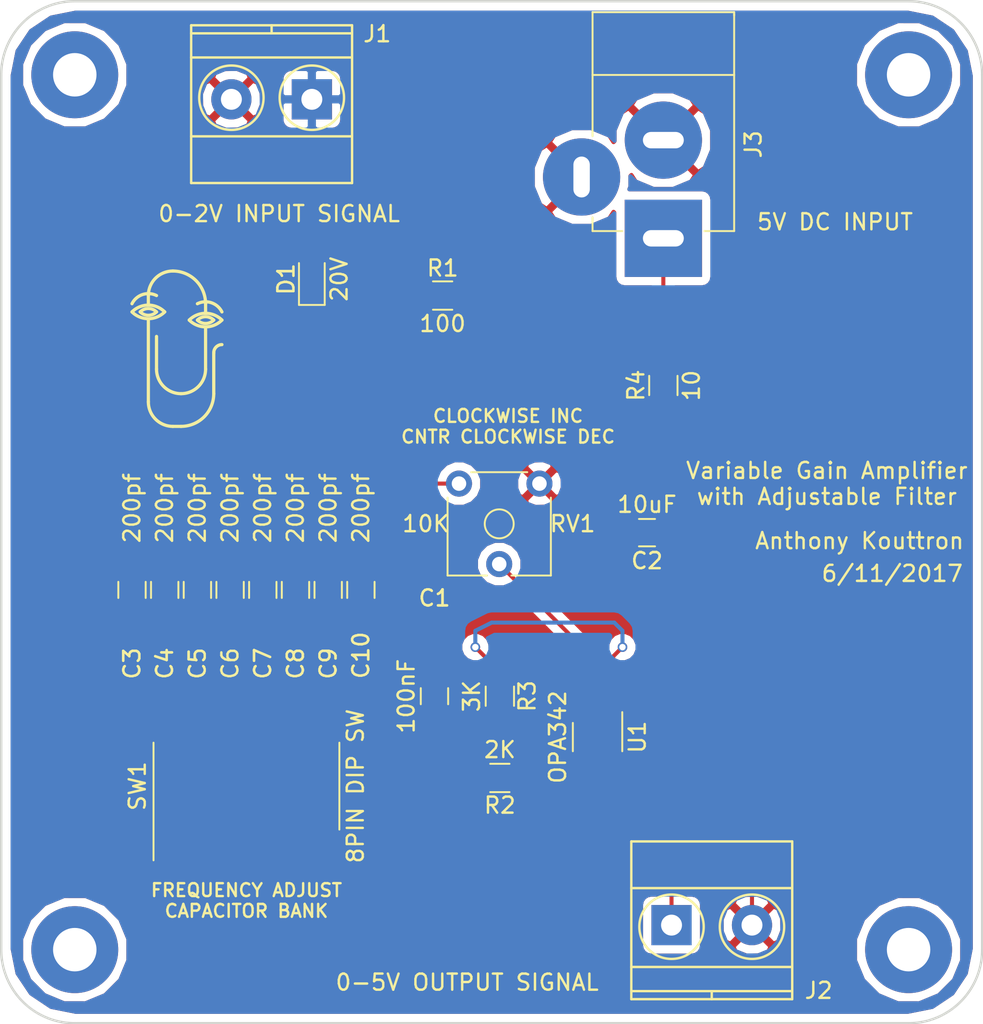
<source format=kicad_pcb>
(kicad_pcb (version 4) (host pcbnew 4.0.6)

  (general
    (links 45)
    (no_connects 0)
    (area 129.464999 65.964999 190.575001 129.615001)
    (thickness 1.6)
    (drawings 37)
    (tracks 96)
    (zones 0)
    (modules 25)
    (nets 17)
  )

  (page A4)
  (layers
    (0 F.Cu signal)
    (31 B.Cu signal hide)
    (32 B.Adhes user)
    (33 F.Adhes user)
    (34 B.Paste user)
    (35 F.Paste user)
    (36 B.SilkS user)
    (37 F.SilkS user)
    (38 B.Mask user)
    (39 F.Mask user)
    (40 Dwgs.User user)
    (41 Cmts.User user)
    (42 Eco1.User user)
    (43 Eco2.User user)
    (44 Edge.Cuts user)
    (45 Margin user)
    (46 B.CrtYd user)
    (47 F.CrtYd user)
    (48 B.Fab user)
    (49 F.Fab user)
  )

  (setup
    (last_trace_width 0.25)
    (trace_clearance 0.2)
    (zone_clearance 0.508)
    (zone_45_only no)
    (trace_min 0.2)
    (segment_width 0.2)
    (edge_width 0.15)
    (via_size 0.6)
    (via_drill 0.4)
    (via_min_size 0.4)
    (via_min_drill 0.3)
    (uvia_size 0.3)
    (uvia_drill 0.1)
    (uvias_allowed no)
    (uvia_min_size 0.2)
    (uvia_min_drill 0.1)
    (pcb_text_width 0.3)
    (pcb_text_size 1.5 1.5)
    (mod_edge_width 0.15)
    (mod_text_size 1 1)
    (mod_text_width 0.15)
    (pad_size 1.524 1.524)
    (pad_drill 0.762)
    (pad_to_mask_clearance 0.2)
    (aux_axis_origin 0 0)
    (visible_elements 7FFFFFFF)
    (pcbplotparams
      (layerselection 0x010f0_80000001)
      (usegerberextensions false)
      (excludeedgelayer true)
      (linewidth 0.100000)
      (plotframeref false)
      (viasonmask false)
      (mode 1)
      (useauxorigin false)
      (hpglpennumber 1)
      (hpglpenspeed 20)
      (hpglpendiameter 15)
      (hpglpenoverlay 2)
      (psnegative false)
      (psa4output false)
      (plotreference true)
      (plotvalue true)
      (plotinvisibletext false)
      (padsonsilk false)
      (subtractmaskfromsilk false)
      (outputformat 4)
      (mirror false)
      (drillshape 0)
      (scaleselection 1)
      (outputdirectory analogamp_gerber/))
  )

  (net 0 "")
  (net 1 "Net-(C1-Pad2)")
  (net 2 OUTPUT+)
  (net 3 +5V)
  (net 4 INPUT-)
  (net 5 "Net-(D1-Pad1)")
  (net 6 INPUT+)
  (net 7 "Net-(J3-Pad1)")
  (net 8 "Net-(RV1-Pad2)")
  (net 9 "Net-(C3-Pad2)")
  (net 10 "Net-(C4-Pad2)")
  (net 11 "Net-(C5-Pad2)")
  (net 12 "Net-(C6-Pad2)")
  (net 13 "Net-(C7-Pad2)")
  (net 14 "Net-(C8-Pad2)")
  (net 15 "Net-(C9-Pad2)")
  (net 16 "Net-(C10-Pad2)")

  (net_class Default "This is the default net class."
    (clearance 0.2)
    (trace_width 0.25)
    (via_dia 0.6)
    (via_drill 0.4)
    (uvia_dia 0.3)
    (uvia_drill 0.1)
    (add_net +5V)
    (add_net INPUT+)
    (add_net INPUT-)
    (add_net "Net-(C1-Pad2)")
    (add_net "Net-(C10-Pad2)")
    (add_net "Net-(C3-Pad2)")
    (add_net "Net-(C4-Pad2)")
    (add_net "Net-(C5-Pad2)")
    (add_net "Net-(C6-Pad2)")
    (add_net "Net-(C7-Pad2)")
    (add_net "Net-(C8-Pad2)")
    (add_net "Net-(C9-Pad2)")
    (add_net "Net-(D1-Pad1)")
    (add_net "Net-(J3-Pad1)")
    (add_net "Net-(RV1-Pad2)")
    (add_net OUTPUT+)
  )

  (module Connectors:JACK_ALIM (layer F.Cu) (tedit 5A9B0CD4) (tstamp 593D5FF6)
    (at 170.688 80.772 270)
    (descr "module 1 pin (ou trou mecanique de percage)")
    (tags "CONN JACK")
    (path /593BD77C)
    (fp_text reference J3 (at -5.84 -5.59 270) (layer F.SilkS)
      (effects (font (size 1 1) (thickness 0.15)))
    )
    (fp_text value "5V DC INPUT" (at -1.016 -10.668 360) (layer F.SilkS)
      (effects (font (size 1 1) (thickness 0.15)))
    )
    (fp_line (start -10.15 -4.4) (end -10.15 4.4) (layer F.SilkS) (width 0.12))
    (fp_line (start -6.35 4.4) (end -14.05 4.4) (layer F.SilkS) (width 0.12))
    (fp_line (start -14.05 4.4) (end -14.05 -4.4) (layer F.SilkS) (width 0.12))
    (fp_line (start -14.05 -4.4) (end -13.85 -4.4) (layer F.SilkS) (width 0.12))
    (fp_line (start -0.45 2.55) (end -0.45 4.4) (layer F.SilkS) (width 0.12))
    (fp_line (start -0.45 4.4) (end -1.3 4.4) (layer F.SilkS) (width 0.12))
    (fp_line (start -13.95 -4.4) (end -0.45 -4.4) (layer F.SilkS) (width 0.12))
    (fp_line (start -0.45 -4.4) (end -0.45 -2.55) (layer F.SilkS) (width 0.12))
    (fp_line (start -13.21 -4.32) (end -13.97 -4.32) (layer F.Fab) (width 0.1))
    (fp_line (start -13.97 -4.32) (end -13.97 4.32) (layer F.Fab) (width 0.1))
    (fp_line (start -13.97 4.32) (end -13.21 4.32) (layer F.Fab) (width 0.1))
    (fp_line (start -10.16 -4.32) (end -10.16 4.32) (layer F.Fab) (width 0.1))
    (fp_line (start -0.51 -4.32) (end -0.51 4.32) (layer F.Fab) (width 0.1))
    (fp_line (start -13.21 4.32) (end -0.51 4.32) (layer F.Fab) (width 0.1))
    (fp_line (start -13.21 -4.32) (end -0.51 -4.32) (layer F.Fab) (width 0.1))
    (fp_line (start -14.22 -4.57) (end 2.65 -4.57) (layer F.CrtYd) (width 0.05))
    (fp_line (start -14.22 -4.57) (end -14.22 7.73) (layer F.CrtYd) (width 0.05))
    (fp_line (start 2.65 7.73) (end 2.65 -4.57) (layer F.CrtYd) (width 0.05))
    (fp_line (start 2.65 7.73) (end -14.22 7.73) (layer F.CrtYd) (width 0.05))
    (pad 2 thru_hole circle (at -6.1 0 270) (size 4.8 4.8) (drill oval 1.02 2.54) (layers *.Cu *.Mask)
      (net 4 INPUT-))
    (pad 1 thru_hole rect (at 0 0 270) (size 4.8 4.8) (drill oval 1.02 2.54) (layers *.Cu *.Mask)
      (net 7 "Net-(J3-Pad1)"))
    (pad 3 thru_hole circle (at -3.81 5.08 270) (size 4.8 4.8) (drill oval 2.54 1.02) (layers *.Cu *.Mask)
      (net 4 INPUT-))
    (model ${KISYS3DMOD}/Connectors.3dshapes/JACK_ALIM.wrl
      (at (xyz -0.24 0 0))
      (scale (xyz 0.8 0.8 0.8))
      (rotate (xyz 0 0 0))
    )
  )

  (module Mounting_Holes:MountingHole_2.7mm_Pad (layer F.Cu) (tedit 593DA275) (tstamp 593D7D1D)
    (at 134.112 70.612)
    (descr "Mounting Hole 2.7mm")
    (tags "mounting hole 2.7mm")
    (fp_text reference "" (at 0.508 6.096) (layer F.SilkS) hide
      (effects (font (size 1 1) (thickness 0.15)))
    )
    (fp_text value "" (at 1.016 4.064) (layer F.Fab) hide
      (effects (font (size 1 1) (thickness 0.1)))
    )
    (fp_circle (center 0 0) (end 2.7 0) (layer Cmts.User) (width 0.15))
    (fp_circle (center 0 0) (end 2.95 0) (layer F.CrtYd) (width 0.05))
    (pad 1 thru_hole circle (at 0 0) (size 5.4 5.4) (drill 2.7) (layers *.Cu *.Mask))
  )

  (module Mounting_Holes:MountingHole_2.7mm_Pad (layer F.Cu) (tedit 593DA27B) (tstamp 593D7D16)
    (at 134.112 124.968)
    (descr "Mounting Hole 2.7mm")
    (tags "mounting hole 2.7mm")
    (fp_text reference "" (at 0.508 -4.064) (layer F.SilkS) hide
      (effects (font (size 1 1) (thickness 0.15)))
    )
    (fp_text value "" (at 7.62 2.032) (layer F.Fab) hide
      (effects (font (size 1 1) (thickness 0.1)))
    )
    (fp_circle (center 0 0) (end 2.7 0) (layer Cmts.User) (width 0.15))
    (fp_circle (center 0 0) (end 2.95 0) (layer F.CrtYd) (width 0.05))
    (pad 1 thru_hole circle (at 0 0) (size 5.4 5.4) (drill 2.7) (layers *.Cu *.Mask))
  )

  (module Mounting_Holes:MountingHole_2.7mm_Pad (layer F.Cu) (tedit 593DA282) (tstamp 593D7D0D)
    (at 185.928 124.968)
    (descr "Mounting Hole 2.7mm")
    (tags "mounting hole 2.7mm")
    (fp_text reference "" (at 0 -3.7) (layer F.SilkS) hide
      (effects (font (size 1 1) (thickness 0.15)))
    )
    (fp_text value "" (at -1.016 -5.588) (layer F.Fab) hide
      (effects (font (size 1 1) (thickness 0.1)))
    )
    (fp_circle (center 0 0) (end 2.7 0) (layer Cmts.User) (width 0.15))
    (fp_circle (center 0 0) (end 2.95 0) (layer F.CrtYd) (width 0.05))
    (pad 1 thru_hole circle (at 0 0) (size 5.4 5.4) (drill 2.7) (layers *.Cu *.Mask))
  )

  (module Capacitors_SMD:C_0805_HandSoldering (layer F.Cu) (tedit 5A99FB93) (tstamp 593D5FD6)
    (at 169.672 99.06 180)
    (descr "Capacitor SMD 0805, hand soldering")
    (tags "capacitor 0805")
    (path /593BE2FF)
    (attr smd)
    (fp_text reference C2 (at 0 -1.75 180) (layer F.SilkS)
      (effects (font (size 1 1) (thickness 0.15)))
    )
    (fp_text value 10uF (at 0 1.75 180) (layer F.SilkS)
      (effects (font (size 1 1) (thickness 0.15)))
    )
    (fp_text user %R (at 0 -1.75 180) (layer F.SilkS)
      (effects (font (size 1 1) (thickness 0.15)))
    )
    (fp_line (start -1 0.62) (end -1 -0.62) (layer F.Fab) (width 0.1))
    (fp_line (start 1 0.62) (end -1 0.62) (layer F.Fab) (width 0.1))
    (fp_line (start 1 -0.62) (end 1 0.62) (layer F.Fab) (width 0.1))
    (fp_line (start -1 -0.62) (end 1 -0.62) (layer F.Fab) (width 0.1))
    (fp_line (start 0.5 -0.85) (end -0.5 -0.85) (layer F.SilkS) (width 0.12))
    (fp_line (start -0.5 0.85) (end 0.5 0.85) (layer F.SilkS) (width 0.12))
    (fp_line (start -2.25 -0.88) (end 2.25 -0.88) (layer F.CrtYd) (width 0.05))
    (fp_line (start -2.25 -0.88) (end -2.25 0.87) (layer F.CrtYd) (width 0.05))
    (fp_line (start 2.25 0.87) (end 2.25 -0.88) (layer F.CrtYd) (width 0.05))
    (fp_line (start 2.25 0.87) (end -2.25 0.87) (layer F.CrtYd) (width 0.05))
    (pad 1 smd rect (at -1.25 0 180) (size 1.5 1.25) (layers F.Cu F.Paste F.Mask)
      (net 3 +5V))
    (pad 2 smd rect (at 1.25 0 180) (size 1.5 1.25) (layers F.Cu F.Paste F.Mask)
      (net 4 INPUT-))
    (model Capacitors_SMD.3dshapes/C_0805.wrl
      (at (xyz 0 0 0))
      (scale (xyz 1 1 1))
      (rotate (xyz 0 0 0))
    )
  )

  (module Connectors_Terminal_Blocks:TerminalBlock_Pheonix_MKDS1.5-2pol (layer F.Cu) (tedit 5A9B0CCD) (tstamp 593D5FE9)
    (at 148.844 72.136 180)
    (descr "2-way 5mm pitch terminal block, Phoenix MKDS series")
    (path /593BC1EA)
    (fp_text reference J1 (at -4.064 4.064 180) (layer F.SilkS)
      (effects (font (size 1 1) (thickness 0.15)))
    )
    (fp_text value "0-2V INPUT SIGNAL" (at 2.032 -7.112 180) (layer F.SilkS)
      (effects (font (size 1 1) (thickness 0.15)))
    )
    (fp_line (start -2.7 -5.4) (end 7.7 -5.4) (layer F.CrtYd) (width 0.05))
    (fp_line (start -2.7 4.8) (end -2.7 -5.4) (layer F.CrtYd) (width 0.05))
    (fp_line (start 7.7 4.8) (end -2.7 4.8) (layer F.CrtYd) (width 0.05))
    (fp_line (start 7.7 -5.4) (end 7.7 4.8) (layer F.CrtYd) (width 0.05))
    (fp_line (start 2.5 4.1) (end 2.5 4.6) (layer F.SilkS) (width 0.15))
    (fp_circle (center 5 0.1) (end 3 0.1) (layer F.SilkS) (width 0.15))
    (fp_circle (center 0 0.1) (end 2 0.1) (layer F.SilkS) (width 0.15))
    (fp_line (start -2.5 2.6) (end 7.5 2.6) (layer F.SilkS) (width 0.15))
    (fp_line (start -2.5 -2.3) (end 7.5 -2.3) (layer F.SilkS) (width 0.15))
    (fp_line (start -2.5 4.1) (end 7.5 4.1) (layer F.SilkS) (width 0.15))
    (fp_line (start -2.5 4.6) (end 7.5 4.6) (layer F.SilkS) (width 0.15))
    (fp_line (start 7.5 4.6) (end 7.5 -5.2) (layer F.SilkS) (width 0.15))
    (fp_line (start 7.5 -5.2) (end -2.5 -5.2) (layer F.SilkS) (width 0.15))
    (fp_line (start -2.5 -5.2) (end -2.5 4.6) (layer F.SilkS) (width 0.15))
    (pad 1 thru_hole rect (at 0 0 180) (size 2.5 2.5) (drill 1.3) (layers *.Cu *.Mask)
      (net 6 INPUT+))
    (pad 2 thru_hole circle (at 5 0 180) (size 2.5 2.5) (drill 1.3) (layers *.Cu *.Mask)
      (net 4 INPUT-))
    (model Terminal_Blocks.3dshapes/TerminalBlock_Pheonix_MKDS1.5-2pol.wrl
      (at (xyz 0.0984 0 0))
      (scale (xyz 1 1 1))
      (rotate (xyz 0 0 0))
    )
  )

  (module Connectors_Terminal_Blocks:TerminalBlock_Pheonix_MKDS1.5-2pol (layer F.Cu) (tedit 5A9B0CE4) (tstamp 593D5FEF)
    (at 171.196 123.444)
    (descr "2-way 5mm pitch terminal block, Phoenix MKDS series")
    (path /593BC301)
    (fp_text reference J2 (at 9.144 4.064) (layer F.SilkS)
      (effects (font (size 1 1) (thickness 0.15)))
    )
    (fp_text value "0-5V OUTPUT SIGNAL" (at -12.7 3.556) (layer F.SilkS)
      (effects (font (size 1 1) (thickness 0.15)))
    )
    (fp_line (start -2.7 -5.4) (end 7.7 -5.4) (layer F.CrtYd) (width 0.05))
    (fp_line (start -2.7 4.8) (end -2.7 -5.4) (layer F.CrtYd) (width 0.05))
    (fp_line (start 7.7 4.8) (end -2.7 4.8) (layer F.CrtYd) (width 0.05))
    (fp_line (start 7.7 -5.4) (end 7.7 4.8) (layer F.CrtYd) (width 0.05))
    (fp_line (start 2.5 4.1) (end 2.5 4.6) (layer F.SilkS) (width 0.15))
    (fp_circle (center 5 0.1) (end 3 0.1) (layer F.SilkS) (width 0.15))
    (fp_circle (center 0 0.1) (end 2 0.1) (layer F.SilkS) (width 0.15))
    (fp_line (start -2.5 2.6) (end 7.5 2.6) (layer F.SilkS) (width 0.15))
    (fp_line (start -2.5 -2.3) (end 7.5 -2.3) (layer F.SilkS) (width 0.15))
    (fp_line (start -2.5 4.1) (end 7.5 4.1) (layer F.SilkS) (width 0.15))
    (fp_line (start -2.5 4.6) (end 7.5 4.6) (layer F.SilkS) (width 0.15))
    (fp_line (start 7.5 4.6) (end 7.5 -5.2) (layer F.SilkS) (width 0.15))
    (fp_line (start 7.5 -5.2) (end -2.5 -5.2) (layer F.SilkS) (width 0.15))
    (fp_line (start -2.5 -5.2) (end -2.5 4.6) (layer F.SilkS) (width 0.15))
    (pad 1 thru_hole rect (at 0 0) (size 2.5 2.5) (drill 1.3) (layers *.Cu *.Mask)
      (net 2 OUTPUT+))
    (pad 2 thru_hole circle (at 5 0) (size 2.5 2.5) (drill 1.3) (layers *.Cu *.Mask)
      (net 4 INPUT-))
    (model Terminal_Blocks.3dshapes/TerminalBlock_Pheonix_MKDS1.5-2pol.wrl
      (at (xyz 0.0984 0 0))
      (scale (xyz 1 1 1))
      (rotate (xyz 0 0 0))
    )
  )

  (module Resistors_SMD:R_0805_HandSoldering (layer F.Cu) (tedit 5A999393) (tstamp 593D5FFC)
    (at 156.972 84.328)
    (descr "Resistor SMD 0805, hand soldering")
    (tags "resistor 0805")
    (path /593C1CC1)
    (attr smd)
    (fp_text reference R1 (at 0 -1.7) (layer F.SilkS)
      (effects (font (size 1 1) (thickness 0.15)))
    )
    (fp_text value 100 (at 0 1.75) (layer F.SilkS)
      (effects (font (size 1 1) (thickness 0.15)))
    )
    (fp_text user %R (at 0 0) (layer F.Fab)
      (effects (font (size 0.5 0.5) (thickness 0.075)))
    )
    (fp_line (start -1 0.62) (end -1 -0.62) (layer F.Fab) (width 0.1))
    (fp_line (start 1 0.62) (end -1 0.62) (layer F.Fab) (width 0.1))
    (fp_line (start 1 -0.62) (end 1 0.62) (layer F.Fab) (width 0.1))
    (fp_line (start -1 -0.62) (end 1 -0.62) (layer F.Fab) (width 0.1))
    (fp_line (start 0.6 0.88) (end -0.6 0.88) (layer F.SilkS) (width 0.12))
    (fp_line (start -0.6 -0.88) (end 0.6 -0.88) (layer F.SilkS) (width 0.12))
    (fp_line (start -2.35 -0.9) (end 2.35 -0.9) (layer F.CrtYd) (width 0.05))
    (fp_line (start -2.35 -0.9) (end -2.35 0.9) (layer F.CrtYd) (width 0.05))
    (fp_line (start 2.35 0.9) (end 2.35 -0.9) (layer F.CrtYd) (width 0.05))
    (fp_line (start 2.35 0.9) (end -2.35 0.9) (layer F.CrtYd) (width 0.05))
    (pad 1 smd rect (at -1.35 0) (size 1.5 1.3) (layers F.Cu F.Paste F.Mask)
      (net 5 "Net-(D1-Pad1)"))
    (pad 2 smd rect (at 1.35 0) (size 1.5 1.3) (layers F.Cu F.Paste F.Mask)
      (net 4 INPUT-))
    (model ${KISYS3DMOD}/Resistors_SMD.3dshapes/R_0805.wrl
      (at (xyz 0 0 0))
      (scale (xyz 1 1 1))
      (rotate (xyz 0 0 0))
    )
  )

  (module Resistors_SMD:R_0805_HandSoldering (layer F.Cu) (tedit 5A9993A5) (tstamp 593D6002)
    (at 160.528 114.3 180)
    (descr "Resistor SMD 0805, hand soldering")
    (tags "resistor 0805")
    (path /593B3B80)
    (attr smd)
    (fp_text reference R2 (at 0 -1.7 180) (layer F.SilkS)
      (effects (font (size 1 1) (thickness 0.15)))
    )
    (fp_text value 2K (at 0 1.75 180) (layer F.SilkS)
      (effects (font (size 1 1) (thickness 0.15)))
    )
    (fp_text user %R (at 0 0 180) (layer F.Fab)
      (effects (font (size 0.5 0.5) (thickness 0.075)))
    )
    (fp_line (start -1 0.62) (end -1 -0.62) (layer F.Fab) (width 0.1))
    (fp_line (start 1 0.62) (end -1 0.62) (layer F.Fab) (width 0.1))
    (fp_line (start 1 -0.62) (end 1 0.62) (layer F.Fab) (width 0.1))
    (fp_line (start -1 -0.62) (end 1 -0.62) (layer F.Fab) (width 0.1))
    (fp_line (start 0.6 0.88) (end -0.6 0.88) (layer F.SilkS) (width 0.12))
    (fp_line (start -0.6 -0.88) (end 0.6 -0.88) (layer F.SilkS) (width 0.12))
    (fp_line (start -2.35 -0.9) (end 2.35 -0.9) (layer F.CrtYd) (width 0.05))
    (fp_line (start -2.35 -0.9) (end -2.35 0.9) (layer F.CrtYd) (width 0.05))
    (fp_line (start 2.35 0.9) (end 2.35 -0.9) (layer F.CrtYd) (width 0.05))
    (fp_line (start 2.35 0.9) (end -2.35 0.9) (layer F.CrtYd) (width 0.05))
    (pad 1 smd rect (at -1.35 0 180) (size 1.5 1.3) (layers F.Cu F.Paste F.Mask)
      (net 1 "Net-(C1-Pad2)"))
    (pad 2 smd rect (at 1.35 0 180) (size 1.5 1.3) (layers F.Cu F.Paste F.Mask)
      (net 4 INPUT-))
    (model ${KISYS3DMOD}/Resistors_SMD.3dshapes/R_0805.wrl
      (at (xyz 0 0 0))
      (scale (xyz 1 1 1))
      (rotate (xyz 0 0 0))
    )
  )

  (module Resistors_SMD:R_0805_HandSoldering (layer F.Cu) (tedit 5A9993A9) (tstamp 593D6008)
    (at 160.528 109.22 270)
    (descr "Resistor SMD 0805, hand soldering")
    (tags "resistor 0805")
    (path /593B3BC1)
    (attr smd)
    (fp_text reference R3 (at 0 -1.7 270) (layer F.SilkS)
      (effects (font (size 1 1) (thickness 0.15)))
    )
    (fp_text value 3K (at 0 1.75 270) (layer F.SilkS)
      (effects (font (size 1 1) (thickness 0.15)))
    )
    (fp_text user %R (at 0 0 270) (layer F.Fab)
      (effects (font (size 0.5 0.5) (thickness 0.075)))
    )
    (fp_line (start -1 0.62) (end -1 -0.62) (layer F.Fab) (width 0.1))
    (fp_line (start 1 0.62) (end -1 0.62) (layer F.Fab) (width 0.1))
    (fp_line (start 1 -0.62) (end 1 0.62) (layer F.Fab) (width 0.1))
    (fp_line (start -1 -0.62) (end 1 -0.62) (layer F.Fab) (width 0.1))
    (fp_line (start 0.6 0.88) (end -0.6 0.88) (layer F.SilkS) (width 0.12))
    (fp_line (start -0.6 -0.88) (end 0.6 -0.88) (layer F.SilkS) (width 0.12))
    (fp_line (start -2.35 -0.9) (end 2.35 -0.9) (layer F.CrtYd) (width 0.05))
    (fp_line (start -2.35 -0.9) (end -2.35 0.9) (layer F.CrtYd) (width 0.05))
    (fp_line (start 2.35 0.9) (end 2.35 -0.9) (layer F.CrtYd) (width 0.05))
    (fp_line (start 2.35 0.9) (end -2.35 0.9) (layer F.CrtYd) (width 0.05))
    (pad 1 smd rect (at -1.35 0 270) (size 1.5 1.3) (layers F.Cu F.Paste F.Mask)
      (net 2 OUTPUT+))
    (pad 2 smd rect (at 1.35 0 270) (size 1.5 1.3) (layers F.Cu F.Paste F.Mask)
      (net 1 "Net-(C1-Pad2)"))
    (model ${KISYS3DMOD}/Resistors_SMD.3dshapes/R_0805.wrl
      (at (xyz 0 0 0))
      (scale (xyz 1 1 1))
      (rotate (xyz 0 0 0))
    )
  )

  (module Resistors_SMD:R_0805_HandSoldering (layer F.Cu) (tedit 5A999380) (tstamp 593D600E)
    (at 170.688 89.916 90)
    (descr "Resistor SMD 0805, hand soldering")
    (tags "resistor 0805")
    (path /593BE238)
    (attr smd)
    (fp_text reference R4 (at 0 -1.7 90) (layer F.SilkS)
      (effects (font (size 1 1) (thickness 0.15)))
    )
    (fp_text value 10 (at 0 1.75 90) (layer F.SilkS)
      (effects (font (size 1 1) (thickness 0.15)))
    )
    (fp_text user %R (at 0 0 90) (layer F.Fab)
      (effects (font (size 0.5 0.5) (thickness 0.075)))
    )
    (fp_line (start -1 0.62) (end -1 -0.62) (layer F.Fab) (width 0.1))
    (fp_line (start 1 0.62) (end -1 0.62) (layer F.Fab) (width 0.1))
    (fp_line (start 1 -0.62) (end 1 0.62) (layer F.Fab) (width 0.1))
    (fp_line (start -1 -0.62) (end 1 -0.62) (layer F.Fab) (width 0.1))
    (fp_line (start 0.6 0.88) (end -0.6 0.88) (layer F.SilkS) (width 0.12))
    (fp_line (start -0.6 -0.88) (end 0.6 -0.88) (layer F.SilkS) (width 0.12))
    (fp_line (start -2.35 -0.9) (end 2.35 -0.9) (layer F.CrtYd) (width 0.05))
    (fp_line (start -2.35 -0.9) (end -2.35 0.9) (layer F.CrtYd) (width 0.05))
    (fp_line (start 2.35 0.9) (end 2.35 -0.9) (layer F.CrtYd) (width 0.05))
    (fp_line (start 2.35 0.9) (end -2.35 0.9) (layer F.CrtYd) (width 0.05))
    (pad 1 smd rect (at -1.35 0 90) (size 1.5 1.3) (layers F.Cu F.Paste F.Mask)
      (net 3 +5V))
    (pad 2 smd rect (at 1.35 0 90) (size 1.5 1.3) (layers F.Cu F.Paste F.Mask)
      (net 7 "Net-(J3-Pad1)"))
    (model ${KISYS3DMOD}/Resistors_SMD.3dshapes/R_0805.wrl
      (at (xyz 0 0 0))
      (scale (xyz 1 1 1))
      (rotate (xyz 0 0 0))
    )
  )

  (module TO_SOT_Packages_SMD:TSOT-23-5_HandSoldering (layer F.Cu) (tedit 5A9B0BE8) (tstamp 593D601E)
    (at 166.624 111.76 270)
    (descr "5-pin TSOT23 package, http://cds.linear.com/docs/en/packaging/SOT_5_05-08-1635.pdf")
    (tags "TSOT-23-5 Hand-soldering")
    (path /593C7F97)
    (attr smd)
    (fp_text reference U1 (at 0 -2.45 270) (layer F.SilkS)
      (effects (font (size 1 1) (thickness 0.15)))
    )
    (fp_text value OPA342 (at 0 2.5 270) (layer F.SilkS)
      (effects (font (size 1 1) (thickness 0.15)))
    )
    (fp_text user %R (at 0 0 270) (layer F.Fab)
      (effects (font (size 0.5 0.5) (thickness 0.075)))
    )
    (fp_line (start -0.88 1.56) (end 0.88 1.56) (layer F.SilkS) (width 0.12))
    (fp_line (start 0.88 -1.51) (end -1.55 -1.51) (layer F.SilkS) (width 0.12))
    (fp_line (start -0.88 -1) (end -0.43 -1.45) (layer F.Fab) (width 0.1))
    (fp_line (start 0.88 -1.45) (end -0.43 -1.45) (layer F.Fab) (width 0.1))
    (fp_line (start -0.88 -1) (end -0.88 1.45) (layer F.Fab) (width 0.1))
    (fp_line (start 0.88 1.45) (end -0.88 1.45) (layer F.Fab) (width 0.1))
    (fp_line (start 0.88 -1.45) (end 0.88 1.45) (layer F.Fab) (width 0.1))
    (fp_line (start -2.96 -1.7) (end 2.96 -1.7) (layer F.CrtYd) (width 0.05))
    (fp_line (start -2.96 -1.7) (end -2.96 1.7) (layer F.CrtYd) (width 0.05))
    (fp_line (start 2.96 1.7) (end 2.96 -1.7) (layer F.CrtYd) (width 0.05))
    (fp_line (start 2.96 1.7) (end -2.96 1.7) (layer F.CrtYd) (width 0.05))
    (pad 1 smd rect (at -1.71 -0.95 270) (size 2 0.65) (layers F.Cu F.Paste F.Mask)
      (net 2 OUTPUT+))
    (pad 2 smd rect (at -1.71 0 270) (size 2 0.65) (layers F.Cu F.Paste F.Mask)
      (net 4 INPUT-))
    (pad 3 smd rect (at -1.71 0.95 270) (size 2 0.65) (layers F.Cu F.Paste F.Mask)
      (net 8 "Net-(RV1-Pad2)"))
    (pad 4 smd rect (at 1.71 0.95 270) (size 2 0.65) (layers F.Cu F.Paste F.Mask)
      (net 1 "Net-(C1-Pad2)"))
    (pad 5 smd rect (at 1.71 -0.95 270) (size 2 0.65) (layers F.Cu F.Paste F.Mask)
      (net 3 +5V))
    (model ${KISYS3DMOD}/TO_SOT_Packages_SMD.3dshapes/TSOT-23-5.wrl
      (at (xyz 0 0 0))
      (scale (xyz 1 1 1))
      (rotate (xyz 0 0 0))
    )
  )

  (module Mounting_Holes:MountingHole_2.7mm_Pad (layer F.Cu) (tedit 593DA288) (tstamp 593D765B)
    (at 185.928 70.612)
    (descr "Mounting Hole 2.7mm")
    (tags "mounting hole 2.7mm")
    (fp_text reference "" (at 0 6.096) (layer F.SilkS) hide
      (effects (font (size 1 1) (thickness 0.15)))
    )
    (fp_text value "" (at -0.508 4.064) (layer F.Fab) hide
      (effects (font (size 1 1) (thickness 0.1)))
    )
    (fp_circle (center 0 0) (end 2.7 0) (layer Cmts.User) (width 0.15))
    (fp_circle (center 0 0) (end 2.95 0) (layer F.CrtYd) (width 0.05))
    (pad 1 thru_hole circle (at 0 0) (size 5.4 5.4) (drill 2.7) (layers *.Cu *.Mask))
  )

  (module Diodes_SMD:D_0805 (layer F.Cu) (tedit 5A9B97C2) (tstamp 5A99C7B8)
    (at 148.844 83.312 90)
    (descr "Diode SMD in 0805 package http://datasheets.avx.com/schottky.pdf")
    (tags "smd diode")
    (path /5A99CAB5)
    (attr smd)
    (fp_text reference D1 (at 0 -1.6 90) (layer F.SilkS)
      (effects (font (size 1 1) (thickness 0.15)))
    )
    (fp_text value 20V (at 0 1.7 90) (layer F.SilkS)
      (effects (font (size 1 1) (thickness 0.15)))
    )
    (fp_text user %R (at 0 -1.6 90) (layer F.SilkS)
      (effects (font (size 1 1) (thickness 0.15)))
    )
    (fp_line (start -1.6 -0.8) (end -1.6 0.8) (layer F.SilkS) (width 0.12))
    (fp_line (start -1.7 0.88) (end -1.7 -0.88) (layer F.CrtYd) (width 0.05))
    (fp_line (start 1.7 0.88) (end -1.7 0.88) (layer F.CrtYd) (width 0.05))
    (fp_line (start 1.7 -0.88) (end 1.7 0.88) (layer F.CrtYd) (width 0.05))
    (fp_line (start -1.7 -0.88) (end 1.7 -0.88) (layer F.CrtYd) (width 0.05))
    (fp_line (start 0.2 0) (end 0.4 0) (layer F.Fab) (width 0.1))
    (fp_line (start -0.1 0) (end -0.3 0) (layer F.Fab) (width 0.1))
    (fp_line (start -0.1 -0.2) (end -0.1 0.2) (layer F.Fab) (width 0.1))
    (fp_line (start 0.2 0.2) (end 0.2 -0.2) (layer F.Fab) (width 0.1))
    (fp_line (start -0.1 0) (end 0.2 0.2) (layer F.Fab) (width 0.1))
    (fp_line (start 0.2 -0.2) (end -0.1 0) (layer F.Fab) (width 0.1))
    (fp_line (start -1 0.65) (end -1 -0.65) (layer F.Fab) (width 0.1))
    (fp_line (start 1 0.65) (end -1 0.65) (layer F.Fab) (width 0.1))
    (fp_line (start 1 -0.65) (end 1 0.65) (layer F.Fab) (width 0.1))
    (fp_line (start -1 -0.65) (end 1 -0.65) (layer F.Fab) (width 0.1))
    (fp_line (start -1.6 0.8) (end 1 0.8) (layer F.SilkS) (width 0.12))
    (fp_line (start -1.6 -0.8) (end 1 -0.8) (layer F.SilkS) (width 0.12))
    (pad 1 smd rect (at -1.05 0 90) (size 0.8 0.9) (layers F.Cu F.Paste F.Mask)
      (net 5 "Net-(D1-Pad1)"))
    (pad 2 smd rect (at 1.05 0 90) (size 0.8 0.9) (layers F.Cu F.Paste F.Mask)
      (net 6 INPUT+))
    (model ${KISYS3DMOD}/Diodes_SMD.3dshapes/D_0805.wrl
      (at (xyz 0 0 0))
      (scale (xyz 1 1 1))
      (rotate (xyz 0 0 0))
    )
  )

  (module Potentiometers:Potentiometer_Trimmer_ACP_CA6v_Horizontal (layer F.Cu) (tedit 5A9B0D19) (tstamp 593D6015)
    (at 157.988 96.012 270)
    (descr "Potentiometer, horizontally mounted, Omeg PC16PU, Omeg PC16PU, Omeg PC16PU, Vishay/Spectrol 248GJ/249GJ Single, Vishay/Spectrol 248GJ/249GJ Single, Vishay/Spectrol 248GJ/249GJ Single, Vishay/Spectrol 248GH/249GH Single, Vishay/Spectrol 148/149 Single, Vishay/Spectrol 148/149 Single, Vishay/Spectrol 148/149 Single, Vishay/Spectrol 148A/149A Single with mounting plates, Vishay/Spectrol 148/149 Double, Vishay/Spectrol 148A/149A Double with mounting plates, Piher PC-16 Single, Piher PC-16 Single, Piher PC-16 Single, Piher PC-16SV Single, Piher PC-16 Double, Piher PC-16 Triple, Piher T16H Single, Piher T16L Single, Piher T16H Double, Alps RK163 Single, Alps RK163 Double, Alps RK097 Single, Alps RK097 Double, Bourns PTV09A-2 Single with mounting sleve Single, Bourns PTV09A-1 with mounting sleve Single, Bourns PRS11S Single, Alps RK09K Single with mounting sleve Single, Alps RK09K with mounting sleve Single, Alps RK09L Single, Alps RK09L Single, Alps RK09L Double, Alps RK09L Double, Alps RK09Y Single, Bourns 3339S Single, Bourns 3339S Single, Bourns 3339P Single, Bourns 3339H Single, Vishay T7YA Single, Suntan TSR-3386H Single, Suntan TSR-3386H Single, Suntan TSR-3386P Single, Vishay T73XX Single, Vishay T73XX Single, Vishay T73YP Single, Piher PT-6h Single, Piher PT-6v Single, Piher PT-6v Single, Piher PT-10h2.5 Single, Piher PT-10h5 Single, Piher PT-101h3.8 Single, Piher PT-10v10 Single, Piher PT-10v10 Single, Piher PT-10v5 Single, Piher PT-15h5 Single, Piher PT-15h2.5 Single, Piher PT-15B Single, Piher PT-15hc5 Single, Piher PT-15v12.5 Single, Piher PT-15v12.5 Single, Piher PT-15v15 Single, Piher PT-15v15 Single, ACP CA6h Single, ACP CA6v Single, http://www.acptechnologies.com/wp-content/uploads/2016/12/ACP-CAT%C3%81LOGO-ENTERO-2016.pdf")
    (tags "Potentiometer horizontal  Omeg PC16PU  Omeg PC16PU  Omeg PC16PU  Vishay/Spectrol 248GJ/249GJ Single  Vishay/Spectrol 248GJ/249GJ Single  Vishay/Spectrol 248GJ/249GJ Single  Vishay/Spectrol 248GH/249GH Single  Vishay/Spectrol 148/149 Single  Vishay/Spectrol 148/149 Single  Vishay/Spectrol 148/149 Single  Vishay/Spectrol 148A/149A Single with mounting plates  Vishay/Spectrol 148/149 Double  Vishay/Spectrol 148A/149A Double with mounting plates  Piher PC-16 Single  Piher PC-16 Single  Piher PC-16 Single  Piher PC-16SV Single  Piher PC-16 Double  Piher PC-16 Triple  Piher T16H Single  Piher T16L Single  Piher T16H Double  Alps RK163 Single  Alps RK163 Double  Alps RK097 Single  Alps RK097 Double  Bourns PTV09A-2 Single with mounting sleve Single  Bourns PTV09A-1 with mounting sleve Single  Bourns PRS11S Single  Alps RK09K Single with mounting sleve Single  Alps RK09K with mounting sleve Single  Alps RK09L Single  Alps RK09L Single  Alps RK09L Double  Alps RK09L Double  Alps RK09Y Single  Bourns 3339S Single  Bourns 3339S Single  Bourns 3339P Single  Bourns 3339H Single  Vishay T7YA Single  Suntan TSR-3386H Single  Suntan TSR-3386H Single  Suntan TSR-3386P Single  Vishay T73XX Single  Vishay T73XX Single  Vishay T73YP Single  Piher PT-6h Single  Piher PT-6v Single  Piher PT-6v Single  Piher PT-10h2.5 Single  Piher PT-10h5 Single  Piher PT-101h3.8 Single  Piher PT-10v10 Single  Piher PT-10v10 Single  Piher PT-10v5 Single  Piher PT-15h5 Single  Piher PT-15h2.5 Single  Piher PT-15B Single  Piher PT-15hc5 Single  Piher PT-15v12.5 Single  Piher PT-15v12.5 Single  Piher PT-15v15 Single  Piher PT-15v15 Single  ACP CA6h Single  ACP CA6v Single")
    (path /593B3C06)
    (fp_text reference RV1 (at 2.5 -7.06 360) (layer F.SilkS)
      (effects (font (size 1 1) (thickness 0.15)))
    )
    (fp_text value 10K (at 2.5 2.06 360) (layer F.SilkS)
      (effects (font (size 1 1) (thickness 0.15)))
    )
    (fp_circle (center 2.5 -2.5) (end 3.5 -2.5) (layer F.Fab) (width 0.1))
    (fp_circle (center 2.5 -2.5) (end 3.4 -2.5) (layer F.Fab) (width 0.1))
    (fp_circle (center 2.5 -2.5) (end 3.4 -2.5) (layer F.SilkS) (width 0.12))
    (fp_line (start -0.65 -5.65) (end -0.65 0.65) (layer F.Fab) (width 0.1))
    (fp_line (start -0.65 0.65) (end 5.65 0.65) (layer F.Fab) (width 0.1))
    (fp_line (start 5.65 0.65) (end 5.65 -5.65) (layer F.Fab) (width 0.1))
    (fp_line (start 5.65 -5.65) (end -0.65 -5.65) (layer F.Fab) (width 0.1))
    (fp_line (start 0.873 -5.71) (end 5.71 -5.71) (layer F.SilkS) (width 0.12))
    (fp_line (start 0.873 0.71) (end 5.71 0.71) (layer F.SilkS) (width 0.12))
    (fp_line (start -0.71 -4.242) (end -0.71 -0.757) (layer F.SilkS) (width 0.12))
    (fp_line (start 5.71 -5.71) (end 5.71 -3.257) (layer F.SilkS) (width 0.12))
    (fp_line (start 5.71 -1.742) (end 5.71 0.71) (layer F.SilkS) (width 0.12))
    (fp_line (start -1.1 -6.1) (end -1.1 1.1) (layer F.CrtYd) (width 0.05))
    (fp_line (start -1.1 1.1) (end 6.1 1.1) (layer F.CrtYd) (width 0.05))
    (fp_line (start 6.1 1.1) (end 6.1 -6.1) (layer F.CrtYd) (width 0.05))
    (fp_line (start 6.1 -6.1) (end -1.1 -6.1) (layer F.CrtYd) (width 0.05))
    (pad 3 thru_hole circle (at 0 -5 270) (size 1.62 1.62) (drill 0.9) (layers *.Cu *.Mask)
      (net 4 INPUT-))
    (pad 2 thru_hole circle (at 5 -2.5 270) (size 1.62 1.62) (drill 0.9) (layers *.Cu *.Mask)
      (net 8 "Net-(RV1-Pad2)"))
    (pad 1 thru_hole circle (at 0 0 270) (size 1.62 1.62) (drill 0.9) (layers *.Cu *.Mask)
      (net 5 "Net-(D1-Pad1)"))
    (model Potentiometers.3dshapes/Potentiometer_Trimmer_ACP_CA6v_Horizontal.wrl
      (at (xyz 0 0 0))
      (scale (xyz 0.393701 0.393701 0.393701))
      (rotate (xyz 0 0 0))
    )
  )

  (module Capacitors_SMD:C_0805_HandSoldering (layer F.Cu) (tedit 5A9B0D92) (tstamp 5A9B022C)
    (at 156.464 109.22 270)
    (descr "Capacitor SMD 0805, hand soldering")
    (tags "capacitor 0805")
    (path /5A9B6602)
    (attr smd)
    (fp_text reference C1 (at -6.096 0 360) (layer F.SilkS)
      (effects (font (size 1 1) (thickness 0.15)))
    )
    (fp_text value 100nF (at 0 1.75 270) (layer F.SilkS)
      (effects (font (size 1 1) (thickness 0.15)))
    )
    (fp_text user %R (at -6.096 0 360) (layer F.SilkS)
      (effects (font (size 1 1) (thickness 0.15)))
    )
    (fp_line (start -1 0.62) (end -1 -0.62) (layer F.Fab) (width 0.1))
    (fp_line (start 1 0.62) (end -1 0.62) (layer F.Fab) (width 0.1))
    (fp_line (start 1 -0.62) (end 1 0.62) (layer F.Fab) (width 0.1))
    (fp_line (start -1 -0.62) (end 1 -0.62) (layer F.Fab) (width 0.1))
    (fp_line (start 0.5 -0.85) (end -0.5 -0.85) (layer F.SilkS) (width 0.12))
    (fp_line (start -0.5 0.85) (end 0.5 0.85) (layer F.SilkS) (width 0.12))
    (fp_line (start -2.25 -0.88) (end 2.25 -0.88) (layer F.CrtYd) (width 0.05))
    (fp_line (start -2.25 -0.88) (end -2.25 0.87) (layer F.CrtYd) (width 0.05))
    (fp_line (start 2.25 0.87) (end 2.25 -0.88) (layer F.CrtYd) (width 0.05))
    (fp_line (start 2.25 0.87) (end -2.25 0.87) (layer F.CrtYd) (width 0.05))
    (pad 1 smd rect (at -1.25 0 270) (size 1.5 1.25) (layers F.Cu F.Paste F.Mask)
      (net 2 OUTPUT+))
    (pad 2 smd rect (at 1.25 0 270) (size 1.5 1.25) (layers F.Cu F.Paste F.Mask)
      (net 1 "Net-(C1-Pad2)"))
    (model Capacitors_SMD.3dshapes/C_0805.wrl
      (at (xyz 0 0 0))
      (scale (xyz 1 1 1))
      (rotate (xyz 0 0 0))
    )
  )

  (module Capacitors_SMD:C_0805_HandSoldering (layer F.Cu) (tedit 5A9B0D69) (tstamp 5A9B0232)
    (at 137.668 102.616 270)
    (descr "Capacitor SMD 0805, hand soldering")
    (tags "capacitor 0805")
    (path /5A9B7CCA)
    (attr smd)
    (fp_text reference C3 (at 4.572 0 270) (layer F.SilkS)
      (effects (font (size 1 1) (thickness 0.15)))
    )
    (fp_text value 200pf (at -5.08 0 270) (layer F.SilkS)
      (effects (font (size 1 1) (thickness 0.15)))
    )
    (fp_text user %R (at 4.572 0 270) (layer F.SilkS)
      (effects (font (size 1 1) (thickness 0.15)))
    )
    (fp_line (start -1 0.62) (end -1 -0.62) (layer F.Fab) (width 0.1))
    (fp_line (start 1 0.62) (end -1 0.62) (layer F.Fab) (width 0.1))
    (fp_line (start 1 -0.62) (end 1 0.62) (layer F.Fab) (width 0.1))
    (fp_line (start -1 -0.62) (end 1 -0.62) (layer F.Fab) (width 0.1))
    (fp_line (start 0.5 -0.85) (end -0.5 -0.85) (layer F.SilkS) (width 0.12))
    (fp_line (start -0.5 0.85) (end 0.5 0.85) (layer F.SilkS) (width 0.12))
    (fp_line (start -2.25 -0.88) (end 2.25 -0.88) (layer F.CrtYd) (width 0.05))
    (fp_line (start -2.25 -0.88) (end -2.25 0.87) (layer F.CrtYd) (width 0.05))
    (fp_line (start 2.25 0.87) (end 2.25 -0.88) (layer F.CrtYd) (width 0.05))
    (fp_line (start 2.25 0.87) (end -2.25 0.87) (layer F.CrtYd) (width 0.05))
    (pad 1 smd rect (at -1.25 0 270) (size 1.5 1.25) (layers F.Cu F.Paste F.Mask)
      (net 2 OUTPUT+))
    (pad 2 smd rect (at 1.25 0 270) (size 1.5 1.25) (layers F.Cu F.Paste F.Mask)
      (net 9 "Net-(C3-Pad2)"))
    (model Capacitors_SMD.3dshapes/C_0805.wrl
      (at (xyz 0 0 0))
      (scale (xyz 1 1 1))
      (rotate (xyz 0 0 0))
    )
  )

  (module Capacitors_SMD:C_0805_HandSoldering (layer F.Cu) (tedit 5A9B0D6C) (tstamp 5A9B0238)
    (at 139.7 102.616 270)
    (descr "Capacitor SMD 0805, hand soldering")
    (tags "capacitor 0805")
    (path /5A9B7F76)
    (attr smd)
    (fp_text reference C4 (at 4.572 0 270) (layer F.SilkS)
      (effects (font (size 1 1) (thickness 0.15)))
    )
    (fp_text value 200pf (at -5.08 0 270) (layer F.SilkS)
      (effects (font (size 1 1) (thickness 0.15)))
    )
    (fp_text user %R (at 4.572 0 270) (layer F.SilkS)
      (effects (font (size 1 1) (thickness 0.15)))
    )
    (fp_line (start -1 0.62) (end -1 -0.62) (layer F.Fab) (width 0.1))
    (fp_line (start 1 0.62) (end -1 0.62) (layer F.Fab) (width 0.1))
    (fp_line (start 1 -0.62) (end 1 0.62) (layer F.Fab) (width 0.1))
    (fp_line (start -1 -0.62) (end 1 -0.62) (layer F.Fab) (width 0.1))
    (fp_line (start 0.5 -0.85) (end -0.5 -0.85) (layer F.SilkS) (width 0.12))
    (fp_line (start -0.5 0.85) (end 0.5 0.85) (layer F.SilkS) (width 0.12))
    (fp_line (start -2.25 -0.88) (end 2.25 -0.88) (layer F.CrtYd) (width 0.05))
    (fp_line (start -2.25 -0.88) (end -2.25 0.87) (layer F.CrtYd) (width 0.05))
    (fp_line (start 2.25 0.87) (end 2.25 -0.88) (layer F.CrtYd) (width 0.05))
    (fp_line (start 2.25 0.87) (end -2.25 0.87) (layer F.CrtYd) (width 0.05))
    (pad 1 smd rect (at -1.25 0 270) (size 1.5 1.25) (layers F.Cu F.Paste F.Mask)
      (net 2 OUTPUT+))
    (pad 2 smd rect (at 1.25 0 270) (size 1.5 1.25) (layers F.Cu F.Paste F.Mask)
      (net 10 "Net-(C4-Pad2)"))
    (model Capacitors_SMD.3dshapes/C_0805.wrl
      (at (xyz 0 0 0))
      (scale (xyz 1 1 1))
      (rotate (xyz 0 0 0))
    )
  )

  (module Capacitors_SMD:C_0805_HandSoldering (layer F.Cu) (tedit 5A9B0D70) (tstamp 5A9B023E)
    (at 141.732 102.616 270)
    (descr "Capacitor SMD 0805, hand soldering")
    (tags "capacitor 0805")
    (path /5A9B7FCD)
    (attr smd)
    (fp_text reference C5 (at 4.572 0 270) (layer F.SilkS)
      (effects (font (size 1 1) (thickness 0.15)))
    )
    (fp_text value 200pf (at -5.08 0 270) (layer F.SilkS)
      (effects (font (size 1 1) (thickness 0.15)))
    )
    (fp_text user %R (at 4.572 0 270) (layer F.SilkS)
      (effects (font (size 1 1) (thickness 0.15)))
    )
    (fp_line (start -1 0.62) (end -1 -0.62) (layer F.Fab) (width 0.1))
    (fp_line (start 1 0.62) (end -1 0.62) (layer F.Fab) (width 0.1))
    (fp_line (start 1 -0.62) (end 1 0.62) (layer F.Fab) (width 0.1))
    (fp_line (start -1 -0.62) (end 1 -0.62) (layer F.Fab) (width 0.1))
    (fp_line (start 0.5 -0.85) (end -0.5 -0.85) (layer F.SilkS) (width 0.12))
    (fp_line (start -0.5 0.85) (end 0.5 0.85) (layer F.SilkS) (width 0.12))
    (fp_line (start -2.25 -0.88) (end 2.25 -0.88) (layer F.CrtYd) (width 0.05))
    (fp_line (start -2.25 -0.88) (end -2.25 0.87) (layer F.CrtYd) (width 0.05))
    (fp_line (start 2.25 0.87) (end 2.25 -0.88) (layer F.CrtYd) (width 0.05))
    (fp_line (start 2.25 0.87) (end -2.25 0.87) (layer F.CrtYd) (width 0.05))
    (pad 1 smd rect (at -1.25 0 270) (size 1.5 1.25) (layers F.Cu F.Paste F.Mask)
      (net 2 OUTPUT+))
    (pad 2 smd rect (at 1.25 0 270) (size 1.5 1.25) (layers F.Cu F.Paste F.Mask)
      (net 11 "Net-(C5-Pad2)"))
    (model Capacitors_SMD.3dshapes/C_0805.wrl
      (at (xyz 0 0 0))
      (scale (xyz 1 1 1))
      (rotate (xyz 0 0 0))
    )
  )

  (module Capacitors_SMD:C_0805_HandSoldering (layer F.Cu) (tedit 5A9B0D75) (tstamp 5A9B0244)
    (at 143.764 102.616 270)
    (descr "Capacitor SMD 0805, hand soldering")
    (tags "capacitor 0805")
    (path /5A9B801F)
    (attr smd)
    (fp_text reference C6 (at 4.572 0 270) (layer F.SilkS) hide
      (effects (font (size 1 1) (thickness 0.15)))
    )
    (fp_text value 200pf (at -5.08 0 270) (layer F.SilkS)
      (effects (font (size 1 1) (thickness 0.15)))
    )
    (fp_text user %R (at 4.572 0 270) (layer F.SilkS)
      (effects (font (size 1 1) (thickness 0.15)))
    )
    (fp_line (start -1 0.62) (end -1 -0.62) (layer F.Fab) (width 0.1))
    (fp_line (start 1 0.62) (end -1 0.62) (layer F.Fab) (width 0.1))
    (fp_line (start 1 -0.62) (end 1 0.62) (layer F.Fab) (width 0.1))
    (fp_line (start -1 -0.62) (end 1 -0.62) (layer F.Fab) (width 0.1))
    (fp_line (start 0.5 -0.85) (end -0.5 -0.85) (layer F.SilkS) (width 0.12))
    (fp_line (start -0.5 0.85) (end 0.5 0.85) (layer F.SilkS) (width 0.12))
    (fp_line (start -2.25 -0.88) (end 2.25 -0.88) (layer F.CrtYd) (width 0.05))
    (fp_line (start -2.25 -0.88) (end -2.25 0.87) (layer F.CrtYd) (width 0.05))
    (fp_line (start 2.25 0.87) (end 2.25 -0.88) (layer F.CrtYd) (width 0.05))
    (fp_line (start 2.25 0.87) (end -2.25 0.87) (layer F.CrtYd) (width 0.05))
    (pad 1 smd rect (at -1.25 0 270) (size 1.5 1.25) (layers F.Cu F.Paste F.Mask)
      (net 2 OUTPUT+))
    (pad 2 smd rect (at 1.25 0 270) (size 1.5 1.25) (layers F.Cu F.Paste F.Mask)
      (net 12 "Net-(C6-Pad2)"))
    (model Capacitors_SMD.3dshapes/C_0805.wrl
      (at (xyz 0 0 0))
      (scale (xyz 1 1 1))
      (rotate (xyz 0 0 0))
    )
  )

  (module Capacitors_SMD:C_0805_HandSoldering (layer F.Cu) (tedit 5A9B0D79) (tstamp 5A9B024A)
    (at 145.796 102.616 270)
    (descr "Capacitor SMD 0805, hand soldering")
    (tags "capacitor 0805")
    (path /5A9B807A)
    (attr smd)
    (fp_text reference C7 (at 4.572 0 270) (layer F.SilkS)
      (effects (font (size 1 1) (thickness 0.15)))
    )
    (fp_text value 200pf (at -5.08 0 270) (layer F.SilkS)
      (effects (font (size 1 1) (thickness 0.15)))
    )
    (fp_text user %R (at 4.572 0 270) (layer F.SilkS)
      (effects (font (size 1 1) (thickness 0.15)))
    )
    (fp_line (start -1 0.62) (end -1 -0.62) (layer F.Fab) (width 0.1))
    (fp_line (start 1 0.62) (end -1 0.62) (layer F.Fab) (width 0.1))
    (fp_line (start 1 -0.62) (end 1 0.62) (layer F.Fab) (width 0.1))
    (fp_line (start -1 -0.62) (end 1 -0.62) (layer F.Fab) (width 0.1))
    (fp_line (start 0.5 -0.85) (end -0.5 -0.85) (layer F.SilkS) (width 0.12))
    (fp_line (start -0.5 0.85) (end 0.5 0.85) (layer F.SilkS) (width 0.12))
    (fp_line (start -2.25 -0.88) (end 2.25 -0.88) (layer F.CrtYd) (width 0.05))
    (fp_line (start -2.25 -0.88) (end -2.25 0.87) (layer F.CrtYd) (width 0.05))
    (fp_line (start 2.25 0.87) (end 2.25 -0.88) (layer F.CrtYd) (width 0.05))
    (fp_line (start 2.25 0.87) (end -2.25 0.87) (layer F.CrtYd) (width 0.05))
    (pad 1 smd rect (at -1.25 0 270) (size 1.5 1.25) (layers F.Cu F.Paste F.Mask)
      (net 2 OUTPUT+))
    (pad 2 smd rect (at 1.25 0 270) (size 1.5 1.25) (layers F.Cu F.Paste F.Mask)
      (net 13 "Net-(C7-Pad2)"))
    (model Capacitors_SMD.3dshapes/C_0805.wrl
      (at (xyz 0 0 0))
      (scale (xyz 1 1 1))
      (rotate (xyz 0 0 0))
    )
  )

  (module Capacitors_SMD:C_0805_HandSoldering (layer F.Cu) (tedit 5A9B0D7D) (tstamp 5A9B0250)
    (at 147.828 102.616 270)
    (descr "Capacitor SMD 0805, hand soldering")
    (tags "capacitor 0805")
    (path /5A9B812E)
    (attr smd)
    (fp_text reference C8 (at 4.572 0 270) (layer F.SilkS)
      (effects (font (size 1 1) (thickness 0.15)))
    )
    (fp_text value 200pf (at -5.08 0 270) (layer F.SilkS)
      (effects (font (size 1 1) (thickness 0.15)))
    )
    (fp_text user %R (at 4.572 0 270) (layer F.SilkS)
      (effects (font (size 1 1) (thickness 0.15)))
    )
    (fp_line (start -1 0.62) (end -1 -0.62) (layer F.Fab) (width 0.1))
    (fp_line (start 1 0.62) (end -1 0.62) (layer F.Fab) (width 0.1))
    (fp_line (start 1 -0.62) (end 1 0.62) (layer F.Fab) (width 0.1))
    (fp_line (start -1 -0.62) (end 1 -0.62) (layer F.Fab) (width 0.1))
    (fp_line (start 0.5 -0.85) (end -0.5 -0.85) (layer F.SilkS) (width 0.12))
    (fp_line (start -0.5 0.85) (end 0.5 0.85) (layer F.SilkS) (width 0.12))
    (fp_line (start -2.25 -0.88) (end 2.25 -0.88) (layer F.CrtYd) (width 0.05))
    (fp_line (start -2.25 -0.88) (end -2.25 0.87) (layer F.CrtYd) (width 0.05))
    (fp_line (start 2.25 0.87) (end 2.25 -0.88) (layer F.CrtYd) (width 0.05))
    (fp_line (start 2.25 0.87) (end -2.25 0.87) (layer F.CrtYd) (width 0.05))
    (pad 1 smd rect (at -1.25 0 270) (size 1.5 1.25) (layers F.Cu F.Paste F.Mask)
      (net 2 OUTPUT+))
    (pad 2 smd rect (at 1.25 0 270) (size 1.5 1.25) (layers F.Cu F.Paste F.Mask)
      (net 14 "Net-(C8-Pad2)"))
    (model Capacitors_SMD.3dshapes/C_0805.wrl
      (at (xyz 0 0 0))
      (scale (xyz 1 1 1))
      (rotate (xyz 0 0 0))
    )
  )

  (module Capacitors_SMD:C_0805_HandSoldering (layer F.Cu) (tedit 5A9B0D82) (tstamp 5A9B0256)
    (at 149.86 102.616 270)
    (descr "Capacitor SMD 0805, hand soldering")
    (tags "capacitor 0805")
    (path /5A9B818F)
    (attr smd)
    (fp_text reference C9 (at 4.572 0 270) (layer F.SilkS)
      (effects (font (size 1 1) (thickness 0.15)))
    )
    (fp_text value 200pf (at -5.08 0 270) (layer F.SilkS)
      (effects (font (size 1 1) (thickness 0.15)))
    )
    (fp_text user %R (at 4.572 0 270) (layer F.SilkS)
      (effects (font (size 1 1) (thickness 0.15)))
    )
    (fp_line (start -1 0.62) (end -1 -0.62) (layer F.Fab) (width 0.1))
    (fp_line (start 1 0.62) (end -1 0.62) (layer F.Fab) (width 0.1))
    (fp_line (start 1 -0.62) (end 1 0.62) (layer F.Fab) (width 0.1))
    (fp_line (start -1 -0.62) (end 1 -0.62) (layer F.Fab) (width 0.1))
    (fp_line (start 0.5 -0.85) (end -0.5 -0.85) (layer F.SilkS) (width 0.12))
    (fp_line (start -0.5 0.85) (end 0.5 0.85) (layer F.SilkS) (width 0.12))
    (fp_line (start -2.25 -0.88) (end 2.25 -0.88) (layer F.CrtYd) (width 0.05))
    (fp_line (start -2.25 -0.88) (end -2.25 0.87) (layer F.CrtYd) (width 0.05))
    (fp_line (start 2.25 0.87) (end 2.25 -0.88) (layer F.CrtYd) (width 0.05))
    (fp_line (start 2.25 0.87) (end -2.25 0.87) (layer F.CrtYd) (width 0.05))
    (pad 1 smd rect (at -1.25 0 270) (size 1.5 1.25) (layers F.Cu F.Paste F.Mask)
      (net 2 OUTPUT+))
    (pad 2 smd rect (at 1.25 0 270) (size 1.5 1.25) (layers F.Cu F.Paste F.Mask)
      (net 15 "Net-(C9-Pad2)"))
    (model Capacitors_SMD.3dshapes/C_0805.wrl
      (at (xyz 0 0 0))
      (scale (xyz 1 1 1))
      (rotate (xyz 0 0 0))
    )
  )

  (module Capacitors_SMD:C_0805_HandSoldering (layer F.Cu) (tedit 5A9B0D86) (tstamp 5A9B025C)
    (at 151.892 102.616 270)
    (descr "Capacitor SMD 0805, hand soldering")
    (tags "capacitor 0805")
    (path /5A9B81EB)
    (attr smd)
    (fp_text reference C10 (at 4.064 0 270) (layer F.SilkS)
      (effects (font (size 1 1) (thickness 0.15)))
    )
    (fp_text value 200pf (at -5.08 0 270) (layer F.SilkS)
      (effects (font (size 1 1) (thickness 0.15)))
    )
    (fp_text user %R (at 4.064 0 270) (layer F.SilkS)
      (effects (font (size 1 1) (thickness 0.15)))
    )
    (fp_line (start -1 0.62) (end -1 -0.62) (layer F.Fab) (width 0.1))
    (fp_line (start 1 0.62) (end -1 0.62) (layer F.Fab) (width 0.1))
    (fp_line (start 1 -0.62) (end 1 0.62) (layer F.Fab) (width 0.1))
    (fp_line (start -1 -0.62) (end 1 -0.62) (layer F.Fab) (width 0.1))
    (fp_line (start 0.5 -0.85) (end -0.5 -0.85) (layer F.SilkS) (width 0.12))
    (fp_line (start -0.5 0.85) (end 0.5 0.85) (layer F.SilkS) (width 0.12))
    (fp_line (start -2.25 -0.88) (end 2.25 -0.88) (layer F.CrtYd) (width 0.05))
    (fp_line (start -2.25 -0.88) (end -2.25 0.87) (layer F.CrtYd) (width 0.05))
    (fp_line (start 2.25 0.87) (end 2.25 -0.88) (layer F.CrtYd) (width 0.05))
    (fp_line (start 2.25 0.87) (end -2.25 0.87) (layer F.CrtYd) (width 0.05))
    (pad 1 smd rect (at -1.25 0 270) (size 1.5 1.25) (layers F.Cu F.Paste F.Mask)
      (net 2 OUTPUT+))
    (pad 2 smd rect (at 1.25 0 270) (size 1.5 1.25) (layers F.Cu F.Paste F.Mask)
      (net 16 "Net-(C10-Pad2)"))
    (model Capacitors_SMD.3dshapes/C_0805.wrl
      (at (xyz 0 0 0))
      (scale (xyz 1 1 1))
      (rotate (xyz 0 0 0))
    )
  )

  (module Buttons_Switches_SMD:SW_DIP_x8_W7.62mm_Slide_Copal_CHS-B (layer F.Cu) (tedit 5A9B0DF8) (tstamp 5A9B0270)
    (at 144.78 114.808 90)
    (descr "8x-dip-switch, Slide, row spacing 7.62 mm (300 mils), Copal_CHS-B")
    (tags "DIP Switch Slide 7.62mm 300mil Copal_CHS-B")
    (path /5A9AF21F)
    (attr smd)
    (fp_text reference SW1 (at 0 -6.775 90) (layer F.SilkS)
      (effects (font (size 1 1) (thickness 0.15)))
    )
    (fp_text value "8PIN DIP SW" (at 0 6.775 90) (layer F.SilkS)
      (effects (font (size 1 1) (thickness 0.15)))
    )
    (fp_line (start -1.7 -5.715) (end 2.7 -5.715) (layer F.Fab) (width 0.1))
    (fp_line (start 2.7 -5.715) (end 2.7 5.715) (layer F.Fab) (width 0.1))
    (fp_line (start 2.7 5.715) (end -2.7 5.715) (layer F.Fab) (width 0.1))
    (fp_line (start -2.7 5.715) (end -2.7 -4.715) (layer F.Fab) (width 0.1))
    (fp_line (start -2.7 -4.715) (end -1.7 -5.715) (layer F.Fab) (width 0.1))
    (fp_line (start -1.5 -4.695) (end -1.5 -4.195) (layer F.Fab) (width 0.1))
    (fp_line (start -1.5 -4.195) (end 1.5 -4.195) (layer F.Fab) (width 0.1))
    (fp_line (start 1.5 -4.195) (end 1.5 -4.695) (layer F.Fab) (width 0.1))
    (fp_line (start 1.5 -4.695) (end -1.5 -4.695) (layer F.Fab) (width 0.1))
    (fp_line (start 0 -4.695) (end 0 -4.195) (layer F.Fab) (width 0.1))
    (fp_line (start -1.5 -3.425) (end -1.5 -2.925) (layer F.Fab) (width 0.1))
    (fp_line (start -1.5 -2.925) (end 1.5 -2.925) (layer F.Fab) (width 0.1))
    (fp_line (start 1.5 -2.925) (end 1.5 -3.425) (layer F.Fab) (width 0.1))
    (fp_line (start 1.5 -3.425) (end -1.5 -3.425) (layer F.Fab) (width 0.1))
    (fp_line (start 0 -3.425) (end 0 -2.925) (layer F.Fab) (width 0.1))
    (fp_line (start -1.5 -2.155) (end -1.5 -1.655) (layer F.Fab) (width 0.1))
    (fp_line (start -1.5 -1.655) (end 1.5 -1.655) (layer F.Fab) (width 0.1))
    (fp_line (start 1.5 -1.655) (end 1.5 -2.155) (layer F.Fab) (width 0.1))
    (fp_line (start 1.5 -2.155) (end -1.5 -2.155) (layer F.Fab) (width 0.1))
    (fp_line (start 0 -2.155) (end 0 -1.655) (layer F.Fab) (width 0.1))
    (fp_line (start -1.5 -0.885) (end -1.5 -0.385) (layer F.Fab) (width 0.1))
    (fp_line (start -1.5 -0.385) (end 1.5 -0.385) (layer F.Fab) (width 0.1))
    (fp_line (start 1.5 -0.385) (end 1.5 -0.885) (layer F.Fab) (width 0.1))
    (fp_line (start 1.5 -0.885) (end -1.5 -0.885) (layer F.Fab) (width 0.1))
    (fp_line (start 0 -0.885) (end 0 -0.385) (layer F.Fab) (width 0.1))
    (fp_line (start -1.5 0.385) (end -1.5 0.885) (layer F.Fab) (width 0.1))
    (fp_line (start -1.5 0.885) (end 1.5 0.885) (layer F.Fab) (width 0.1))
    (fp_line (start 1.5 0.885) (end 1.5 0.385) (layer F.Fab) (width 0.1))
    (fp_line (start 1.5 0.385) (end -1.5 0.385) (layer F.Fab) (width 0.1))
    (fp_line (start 0 0.385) (end 0 0.885) (layer F.Fab) (width 0.1))
    (fp_line (start -1.5 1.655) (end -1.5 2.155) (layer F.Fab) (width 0.1))
    (fp_line (start -1.5 2.155) (end 1.5 2.155) (layer F.Fab) (width 0.1))
    (fp_line (start 1.5 2.155) (end 1.5 1.655) (layer F.Fab) (width 0.1))
    (fp_line (start 1.5 1.655) (end -1.5 1.655) (layer F.Fab) (width 0.1))
    (fp_line (start 0 1.655) (end 0 2.155) (layer F.Fab) (width 0.1))
    (fp_line (start -1.5 2.925) (end -1.5 3.425) (layer F.Fab) (width 0.1))
    (fp_line (start -1.5 3.425) (end 1.5 3.425) (layer F.Fab) (width 0.1))
    (fp_line (start 1.5 3.425) (end 1.5 2.925) (layer F.Fab) (width 0.1))
    (fp_line (start 1.5 2.925) (end -1.5 2.925) (layer F.Fab) (width 0.1))
    (fp_line (start 0 2.925) (end 0 3.425) (layer F.Fab) (width 0.1))
    (fp_line (start -1.5 4.195) (end -1.5 4.695) (layer F.Fab) (width 0.1))
    (fp_line (start -1.5 4.695) (end 1.5 4.695) (layer F.Fab) (width 0.1))
    (fp_line (start 1.5 4.695) (end 1.5 4.195) (layer F.Fab) (width 0.1))
    (fp_line (start 1.5 4.195) (end -1.5 4.195) (layer F.Fab) (width 0.1))
    (fp_line (start 0 4.195) (end 0 4.695) (layer F.Fab) (width 0.1))
    (fp_line (start -4.61 -5.775) (end 2.7 -5.775) (layer F.SilkS) (width 0.12))
    (fp_line (start -2.7 5.775) (end 2.7 5.775) (layer F.SilkS) (width 0.12))
    (fp_line (start -4.9 -6.05) (end -4.9 6.05) (layer F.CrtYd) (width 0.05))
    (fp_line (start -4.9 6.05) (end 4.9 6.05) (layer F.CrtYd) (width 0.05))
    (fp_line (start 4.9 6.05) (end 4.9 -6.05) (layer F.CrtYd) (width 0.05))
    (fp_line (start 4.9 -6.05) (end -4.9 -6.05) (layer F.CrtYd) (width 0.05))
    (fp_text user %R (at 3.048 -7.62 180) (layer F.Fab)
      (effects (font (size 0.8 0.8) (thickness 0.15)))
    )
    (pad 1 smd rect (at -3.81 -4.445 90) (size 1.6 0.76) (layers F.Cu F.Paste F.Mask)
      (net 1 "Net-(C1-Pad2)"))
    (pad 9 smd rect (at 3.81 4.445 90) (size 1.6 0.76) (layers F.Cu F.Paste F.Mask)
      (net 16 "Net-(C10-Pad2)"))
    (pad 2 smd rect (at -3.81 -3.175 90) (size 1.6 0.76) (layers F.Cu F.Paste F.Mask)
      (net 1 "Net-(C1-Pad2)"))
    (pad 10 smd rect (at 3.81 3.175 90) (size 1.6 0.76) (layers F.Cu F.Paste F.Mask)
      (net 15 "Net-(C9-Pad2)"))
    (pad 3 smd rect (at -3.81 -1.905 90) (size 1.6 0.76) (layers F.Cu F.Paste F.Mask)
      (net 1 "Net-(C1-Pad2)"))
    (pad 11 smd rect (at 3.81 1.905 90) (size 1.6 0.76) (layers F.Cu F.Paste F.Mask)
      (net 14 "Net-(C8-Pad2)"))
    (pad 4 smd rect (at -3.81 -0.635 90) (size 1.6 0.76) (layers F.Cu F.Paste F.Mask)
      (net 1 "Net-(C1-Pad2)"))
    (pad 12 smd rect (at 3.81 0.635 90) (size 1.6 0.76) (layers F.Cu F.Paste F.Mask)
      (net 13 "Net-(C7-Pad2)"))
    (pad 5 smd rect (at -3.81 0.635 90) (size 1.6 0.76) (layers F.Cu F.Paste F.Mask)
      (net 1 "Net-(C1-Pad2)"))
    (pad 13 smd rect (at 3.81 -0.635 90) (size 1.6 0.76) (layers F.Cu F.Paste F.Mask)
      (net 12 "Net-(C6-Pad2)"))
    (pad 6 smd rect (at -3.81 1.905 90) (size 1.6 0.76) (layers F.Cu F.Paste F.Mask)
      (net 1 "Net-(C1-Pad2)"))
    (pad 14 smd rect (at 3.81 -1.905 90) (size 1.6 0.76) (layers F.Cu F.Paste F.Mask)
      (net 11 "Net-(C5-Pad2)"))
    (pad 7 smd rect (at -3.81 3.175 90) (size 1.6 0.76) (layers F.Cu F.Paste F.Mask)
      (net 1 "Net-(C1-Pad2)"))
    (pad 15 smd rect (at 3.81 -3.175 90) (size 1.6 0.76) (layers F.Cu F.Paste F.Mask)
      (net 10 "Net-(C4-Pad2)"))
    (pad 8 smd rect (at -3.81 4.445 90) (size 1.6 0.76) (layers F.Cu F.Paste F.Mask)
      (net 1 "Net-(C1-Pad2)"))
    (pad 16 smd rect (at 3.81 -4.445 90) (size 1.6 0.76) (layers F.Cu F.Paste F.Mask)
      (net 9 "Net-(C3-Pad2)"))
    (model ${KISYS3DMOD}/Buttons_Switches_SMD.3dshapes/SW_DIP_x8_W7.62mm_Slide_Copal_CHS-B.wrl
      (at (xyz 0 0 0))
      (scale (xyz 1 1 1))
      (rotate (xyz 0 0 0))
    )
  )

  (gr_arc (start 138.684 85.344) (end 137.668 84.836) (angle 90) (layer F.SilkS) (width 0.2))
  (gr_arc (start 142.24 85.852) (end 141.732 84.836) (angle 90) (layer F.SilkS) (width 0.2))
  (gr_line (start 139.192 88.9) (end 139.192 86.868) (angle 90) (layer F.SilkS) (width 0.2))
  (gr_line (start 142.24 84.836) (end 142.24 85.344) (angle 90) (layer F.SilkS) (width 0.2))
  (gr_line (start 142.24 88.9) (end 142.24 86.36) (angle 90) (layer F.SilkS) (width 0.2))
  (gr_line (start 138.684 90.932) (end 138.684 85.852) (angle 90) (layer F.SilkS) (width 0.2))
  (gr_line (start 138.684 84.328) (end 138.684 84.836) (angle 90) (layer F.SilkS) (width 0.2))
  (gr_arc (start 142.24 84.836) (end 143.256 85.852) (angle 90) (layer F.SilkS) (width 0.2))
  (gr_arc (start 142.24 86.868) (end 141.224 85.852) (angle 90) (layer F.SilkS) (width 0.2))
  (gr_arc (start 142.24 85.344) (end 142.748 85.852) (angle 90) (layer F.SilkS) (width 0.2))
  (gr_arc (start 142.24 86.36) (end 141.732 85.852) (angle 90) (layer F.SilkS) (width 0.2))
  (gr_arc (start 138.684 86.36) (end 137.668 85.344) (angle 90) (layer F.SilkS) (width 0.2))
  (gr_arc (start 138.684 84.328) (end 139.7 85.344) (angle 90) (layer F.SilkS) (width 0.2))
  (gr_arc (start 138.684 85.852) (end 138.176 85.344) (angle 90) (layer F.SilkS) (width 0.2))
  (gr_arc (start 138.684 84.836) (end 139.192 85.344) (angle 90) (layer F.SilkS) (width 0.2))
  (gr_arc (start 143.256 87.884) (end 142.748 87.884) (angle 90) (layer F.SilkS) (width 0.2))
  (gr_line (start 142.748 90.424) (end 142.748 87.884) (angle 90) (layer F.SilkS) (width 0.2))
  (gr_line (start 140.716 92.456) (end 140.208 92.456) (angle 90) (layer F.SilkS) (width 0.2))
  (gr_arc (start 140.716 90.424) (end 142.748 90.424) (angle 90) (layer F.SilkS) (width 0.2))
  (gr_arc (start 140.208 90.932) (end 140.208 92.456) (angle 90) (layer F.SilkS) (width 0.2))
  (gr_arc (start 140.208 84.836) (end 140.208 82.804) (angle 90) (layer F.SilkS) (width 0.2))
  (gr_arc (start 140.208 84.328) (end 138.684 84.328) (angle 90) (layer F.SilkS) (width 0.2))
  (gr_arc (start 140.716 88.9) (end 142.24 88.9) (angle 90) (layer F.SilkS) (width 0.2))
  (gr_arc (start 140.716 88.9) (end 140.716 90.424) (angle 90) (layer F.SilkS) (width 0.2))
  (gr_text "CLOCKWISE INC\nCNTR CLOCKWISE DEC" (at 161.036 92.456) (layer F.SilkS)
    (effects (font (size 0.8 0.8) (thickness 0.15)))
  )
  (gr_line (start 134.112 66.04) (end 185.928 66.04) (layer Edge.Cuts) (width 0.15))
  (gr_arc (start 134.112 124.968) (end 134.112 129.54) (angle 90) (layer Edge.Cuts) (width 0.15))
  (gr_arc (start 185.928 124.968) (end 190.5 124.968) (angle 90) (layer Edge.Cuts) (width 0.15))
  (gr_line (start 129.54 124.968) (end 129.54 70.612) (angle 90) (layer Edge.Cuts) (width 0.15))
  (gr_arc (start 185.928 70.612) (end 185.928 66.04) (angle 90) (layer Edge.Cuts) (width 0.15))
  (gr_arc (start 134.112 70.612) (end 129.54 70.612) (angle 90) (layer Edge.Cuts) (width 0.15))
  (gr_text 6/11/2017 (at 184.912 101.6) (layer F.SilkS)
    (effects (font (size 1 1) (thickness 0.15)))
  )
  (gr_text "Variable Gain Amplifier\nwith Adjustable Filter" (at 180.848 96.012) (layer F.SilkS)
    (effects (font (size 1 1) (thickness 0.15)))
  )
  (gr_text "Anthony Kouttron" (at 182.88 99.568) (layer F.SilkS)
    (effects (font (size 1 1) (thickness 0.15)))
  )
  (gr_text "FREQUENCY ADJUST\nCAPACITOR BANK" (at 144.78 121.92) (layer F.SilkS)
    (effects (font (size 0.8 0.8) (thickness 0.15)))
  )
  (gr_line (start 185.928 129.54) (end 134.112 129.54) (angle 90) (layer Edge.Cuts) (width 0.15))
  (gr_line (start 190.5 70.612) (end 190.5 124.968) (angle 90) (layer Edge.Cuts) (width 0.15))

  (segment (start 140.335 118.618) (end 141.605 118.618) (width 0.25) (layer F.Cu) (net 1))
  (segment (start 141.605 118.618) (end 142.875 118.618) (width 0.25) (layer F.Cu) (net 1) (tstamp 5A9B0DA7))
  (segment (start 142.875 118.618) (end 144.145 118.618) (width 0.25) (layer F.Cu) (net 1) (tstamp 5A9B0DA8))
  (segment (start 144.145 118.618) (end 145.415 118.618) (width 0.25) (layer F.Cu) (net 1) (tstamp 5A9B0DA9))
  (segment (start 145.415 118.618) (end 146.685 118.618) (width 0.25) (layer F.Cu) (net 1) (tstamp 5A9B0DAA))
  (segment (start 146.685 118.618) (end 147.955 118.618) (width 0.25) (layer F.Cu) (net 1) (tstamp 5A9B0DAB))
  (segment (start 147.955 118.618) (end 149.225 118.618) (width 0.25) (layer F.Cu) (net 1) (tstamp 5A9B0DAC))
  (segment (start 149.225 118.618) (end 156.464 111.379) (width 0.25) (layer F.Cu) (net 1) (tstamp 5A9B0DAD))
  (segment (start 156.464 111.379) (end 156.464 110.47) (width 0.25) (layer F.Cu) (net 1) (tstamp 5A9B0DAE))
  (segment (start 156.464 110.47) (end 160.428 110.47) (width 0.25) (layer F.Cu) (net 1))
  (segment (start 160.428 110.47) (end 160.528 110.57) (width 0.25) (layer F.Cu) (net 1) (tstamp 5A9B0D8C))
  (segment (start 161.878 114.3) (end 161.878 111.92) (width 0.25) (layer F.Cu) (net 1))
  (segment (start 161.878 111.92) (end 160.528 110.57) (width 0.25) (layer F.Cu) (net 1) (tstamp 5A9B0189))
  (segment (start 165.674 113.47) (end 162.708 113.47) (width 0.25) (layer F.Cu) (net 1))
  (segment (start 162.708 113.47) (end 161.878 114.3) (width 0.25) (layer F.Cu) (net 1) (tstamp 5A9B0186))
  (segment (start 137.668 101.366) (end 139.7 101.366) (width 0.25) (layer F.Cu) (net 2))
  (segment (start 139.7 101.366) (end 141.732 101.366) (width 0.25) (layer F.Cu) (net 2) (tstamp 5A9B0DB1))
  (segment (start 141.732 101.366) (end 143.764 101.366) (width 0.25) (layer F.Cu) (net 2) (tstamp 5A9B0DB2))
  (segment (start 143.764 101.366) (end 145.796 101.366) (width 0.25) (layer F.Cu) (net 2) (tstamp 5A9B0DB3))
  (segment (start 145.796 101.366) (end 147.828 101.366) (width 0.25) (layer F.Cu) (net 2) (tstamp 5A9B0DB4))
  (segment (start 147.828 101.366) (end 149.86 101.366) (width 0.25) (layer F.Cu) (net 2) (tstamp 5A9B0DB5))
  (segment (start 149.86 101.366) (end 151.892 101.366) (width 0.25) (layer F.Cu) (net 2) (tstamp 5A9B0DB6))
  (segment (start 151.892 101.366) (end 156.464 105.938) (width 0.25) (layer F.Cu) (net 2) (tstamp 5A9B0DB7))
  (segment (start 156.464 105.938) (end 156.464 107.97) (width 0.25) (layer F.Cu) (net 2) (tstamp 5A9B0DB8))
  (segment (start 156.464 107.97) (end 160.428 107.97) (width 0.25) (layer F.Cu) (net 2))
  (segment (start 160.428 107.97) (end 160.528 107.87) (width 0.25) (layer F.Cu) (net 2) (tstamp 5A9B0D89))
  (segment (start 160.528 107.87) (end 160.528 107.696) (width 0.25) (layer F.Cu) (net 2))
  (segment (start 160.528 107.696) (end 159.004 106.172) (width 0.25) (layer F.Cu) (net 2) (tstamp 5A9B01E2))
  (segment (start 159.004 106.172) (end 159.004 105.156) (width 0.25) (layer B.Cu) (net 2) (tstamp 593D9573))
  (segment (start 159.004 105.156) (end 160.02 104.648) (width 0.25) (layer B.Cu) (net 2) (tstamp 593D9574))
  (segment (start 160.02 104.648) (end 167.64 104.648) (width 0.25) (layer B.Cu) (net 2) (tstamp 593D9577))
  (segment (start 167.64 104.648) (end 168.148 105.156) (width 0.25) (layer B.Cu) (net 2) (tstamp 593D957B))
  (segment (start 168.148 105.156) (end 168.148 106.172) (width 0.25) (layer B.Cu) (net 2) (tstamp 593D957E))
  (via (at 168.148 106.172) (size 0.6) (drill 0.4) (layers F.Cu B.Cu) (net 2))
  (segment (start 167.574 106.746) (end 167.574 110.05) (width 0.25) (layer F.Cu) (net 2))
  (segment (start 167.574 106.746) (end 168.148 106.172) (width 0.25) (layer F.Cu) (net 2) (tstamp 593D954D))
  (via (at 159.004 106.172) (size 0.6) (drill 0.4) (layers F.Cu B.Cu) (net 2))
  (segment (start 167.574 110.05) (end 170.502 110.05) (width 0.25) (layer F.Cu) (net 2))
  (segment (start 171.196 110.744) (end 171.196 123.444) (width 0.25) (layer F.Cu) (net 2) (tstamp 5A999A2F))
  (segment (start 170.502 110.05) (end 171.196 110.744) (width 0.25) (layer F.Cu) (net 2) (tstamp 5A999A2A))
  (segment (start 170.922 91.5) (end 170.922 93.706) (width 0.25) (layer F.Cu) (net 3))
  (segment (start 170.922 93.706) (end 170.922 99.06) (width 0.25) (layer F.Cu) (net 3) (tstamp 593D8380))
  (segment (start 170.922 91.5) (end 170.688 91.266) (width 0.25) (layer F.Cu) (net 3) (tstamp 5A99FC76))
  (segment (start 167.574 113.47) (end 167.64 125.476) (width 0.25) (layer F.Cu) (net 3))
  (segment (start 167.64 125.476) (end 169.672 127.508) (width 0.25) (layer F.Cu) (net 3) (tstamp 593D970A))
  (segment (start 169.672 127.508) (end 178.816 127.508) (width 0.25) (layer F.Cu) (net 3) (tstamp 593D9711))
  (segment (start 178.816 127.508) (end 180.848 125.476) (width 0.25) (layer F.Cu) (net 3) (tstamp 593D9713))
  (segment (start 180.848 125.476) (end 180.848 108.986) (width 0.25) (layer F.Cu) (net 3) (tstamp 593D9715))
  (segment (start 180.848 108.986) (end 170.922 99.06) (width 0.25) (layer F.Cu) (net 3) (tstamp 593D9719))
  (segment (start 158.322 84.328) (end 158.322 84.248) (width 0.25) (layer F.Cu) (net 4))
  (segment (start 158.322 84.248) (end 165.608 76.962) (width 0.25) (layer F.Cu) (net 4) (tstamp 5A9A08EF))
  (segment (start 170.688 74.672) (end 170.684 74.672) (width 0.25) (layer F.Cu) (net 4))
  (segment (start 165.608 76.962) (end 165.608 76.708) (width 0.25) (layer F.Cu) (net 4))
  (segment (start 176.196 123.444) (end 176.196 108.124) (width 0.25) (layer F.Cu) (net 4))
  (segment (start 172.212 104.14) (end 166.624 104.14) (width 0.25) (layer F.Cu) (net 4) (tstamp 5A999A18))
  (segment (start 176.196 108.124) (end 172.212 104.14) (width 0.25) (layer F.Cu) (net 4) (tstamp 5A999A13))
  (segment (start 166.624 106.172) (end 166.624 105.664) (width 0.25) (layer F.Cu) (net 4) (tstamp 593D84B7))
  (segment (start 166.624 105.664) (end 166.624 104.14) (width 0.25) (layer F.Cu) (net 4) (tstamp 5A9A134D))
  (segment (start 166.624 104.14) (end 166.624 101.092) (width 0.25) (layer F.Cu) (net 4) (tstamp 5A999A1C))
  (segment (start 166.624 101.092) (end 166.624 100.858) (width 0.25) (layer F.Cu) (net 4) (tstamp 593D8524))
  (segment (start 166.624 110.05) (end 166.624 106.172) (width 0.25) (layer F.Cu) (net 4))
  (segment (start 166.624 100.858) (end 168.422 99.06) (width 0.25) (layer F.Cu) (net 4) (tstamp 593D838D))
  (segment (start 165.988 77.772) (end 166.116 77.724) (width 0.25) (layer F.Cu) (net 4))
  (segment (start 157.988 96.012) (end 154.94 96.012) (width 0.25) (layer F.Cu) (net 5))
  (segment (start 148.844 89.916) (end 148.844 84.362) (width 0.25) (layer F.Cu) (net 5) (tstamp 5A9A245E))
  (segment (start 154.94 96.012) (end 148.844 89.916) (width 0.25) (layer F.Cu) (net 5) (tstamp 5A9A2455))
  (segment (start 148.844 84.362) (end 155.588 84.362) (width 0.25) (layer F.Cu) (net 5))
  (segment (start 155.588 84.362) (end 155.622 84.328) (width 0.25) (layer F.Cu) (net 5) (tstamp 5A9A08EC))
  (segment (start 148.844 82.262) (end 148.844 72.136) (width 0.25) (layer F.Cu) (net 6))
  (segment (start 170.688 88.566) (end 170.688 80.772) (width 0.25) (layer F.Cu) (net 7))
  (segment (start 165.674 110.05) (end 165.674 106.198) (width 0.25) (layer F.Cu) (net 8))
  (segment (start 165.674 106.198) (end 160.488 101.012) (width 0.25) (layer F.Cu) (net 8) (tstamp 5A9A2447))
  (segment (start 140.335 110.998) (end 140.335 109.347) (width 0.25) (layer F.Cu) (net 9))
  (segment (start 137.668 106.68) (end 137.668 103.866) (width 0.25) (layer F.Cu) (net 9) (tstamp 5A9B0DBE))
  (segment (start 140.335 109.347) (end 137.668 106.68) (width 0.25) (layer F.Cu) (net 9) (tstamp 5A9B0DBC))
  (segment (start 141.605 110.998) (end 141.605 108.585) (width 0.25) (layer F.Cu) (net 10))
  (segment (start 139.7 106.68) (end 139.7 103.866) (width 0.25) (layer F.Cu) (net 10) (tstamp 5A9B0DC5))
  (segment (start 141.605 108.585) (end 139.7 106.68) (width 0.25) (layer F.Cu) (net 10) (tstamp 5A9B0DC3))
  (segment (start 142.875 110.998) (end 142.875 107.823) (width 0.25) (layer F.Cu) (net 11))
  (segment (start 141.732 106.68) (end 141.732 103.866) (width 0.25) (layer F.Cu) (net 11) (tstamp 5A9B0DCB))
  (segment (start 142.875 107.823) (end 141.732 106.68) (width 0.25) (layer F.Cu) (net 11) (tstamp 5A9B0DC9))
  (segment (start 144.145 110.998) (end 144.145 107.569) (width 0.25) (layer F.Cu) (net 12))
  (segment (start 143.764 107.188) (end 143.764 103.866) (width 0.25) (layer F.Cu) (net 12) (tstamp 5A9B0DD0))
  (segment (start 144.145 107.569) (end 143.764 107.188) (width 0.25) (layer F.Cu) (net 12) (tstamp 5A9B0DCF))
  (segment (start 145.415 110.998) (end 145.415 107.569) (width 0.25) (layer F.Cu) (net 13))
  (segment (start 145.796 107.188) (end 145.796 103.866) (width 0.25) (layer F.Cu) (net 13) (tstamp 5A9B0DD4))
  (segment (start 145.415 107.569) (end 145.796 107.188) (width 0.25) (layer F.Cu) (net 13) (tstamp 5A9B0DD3))
  (segment (start 146.685 110.998) (end 146.685 107.823) (width 0.25) (layer F.Cu) (net 14))
  (segment (start 147.828 106.68) (end 147.828 103.866) (width 0.25) (layer F.Cu) (net 14) (tstamp 5A9B0DD9))
  (segment (start 146.685 107.823) (end 147.828 106.68) (width 0.25) (layer F.Cu) (net 14) (tstamp 5A9B0DD7))
  (segment (start 147.955 110.998) (end 147.955 108.585) (width 0.25) (layer F.Cu) (net 15))
  (segment (start 149.86 106.68) (end 149.86 103.866) (width 0.25) (layer F.Cu) (net 15) (tstamp 5A9B0DDF))
  (segment (start 147.955 108.585) (end 149.86 106.68) (width 0.25) (layer F.Cu) (net 15) (tstamp 5A9B0DDD))
  (segment (start 149.225 110.998) (end 149.225 109.347) (width 0.25) (layer F.Cu) (net 16))
  (segment (start 151.892 106.68) (end 151.892 103.866) (width 0.25) (layer F.Cu) (net 16) (tstamp 5A9B0DE5))
  (segment (start 149.225 109.347) (end 151.892 106.68) (width 0.25) (layer F.Cu) (net 16) (tstamp 5A9B0DE3))

  (zone (net 6) (net_name INPUT+) (layer B.Cu) (tstamp 593D929A) (hatch edge 0.508)
    (connect_pads (clearance 0.508))
    (min_thickness 0.254)
    (fill yes (arc_segments 16) (thermal_gap 0.508) (thermal_bridge_width 0.508))
    (polygon
      (pts
        (xy 190.5 129.54) (xy 129.54 129.54) (xy 129.54 66.04) (xy 190.5 66.04)
      )
    )
    (filled_polygon
      (pts
        (xy 187.4006 67.056828) (xy 188.649011 67.890989) (xy 189.483171 69.1394) (xy 189.79 70.681931) (xy 189.79 124.898069)
        (xy 189.483171 126.4406) (xy 188.649011 127.689011) (xy 187.4006 128.523172) (xy 185.858069 128.83) (xy 134.181931 128.83)
        (xy 132.6394 128.523171) (xy 131.390989 127.689011) (xy 130.556828 126.4406) (xy 130.395284 125.628462) (xy 130.776422 125.628462)
        (xy 131.283076 126.854658) (xy 132.220407 127.793627) (xy 133.445717 128.30242) (xy 134.772462 128.303578) (xy 135.998658 127.796924)
        (xy 136.937627 126.859593) (xy 137.44642 125.634283) (xy 137.446425 125.628462) (xy 182.592422 125.628462) (xy 183.099076 126.854658)
        (xy 184.036407 127.793627) (xy 185.261717 128.30242) (xy 186.588462 128.303578) (xy 187.814658 127.796924) (xy 188.753627 126.859593)
        (xy 189.26242 125.634283) (xy 189.263578 124.307538) (xy 188.756924 123.081342) (xy 187.819593 122.142373) (xy 186.594283 121.63358)
        (xy 185.267538 121.632422) (xy 184.041342 122.139076) (xy 183.102373 123.076407) (xy 182.59358 124.301717) (xy 182.592422 125.628462)
        (xy 137.446425 125.628462) (xy 137.447578 124.307538) (xy 136.940924 123.081342) (xy 136.05513 122.194) (xy 169.29856 122.194)
        (xy 169.29856 124.694) (xy 169.342838 124.929317) (xy 169.48191 125.145441) (xy 169.69411 125.290431) (xy 169.946 125.34144)
        (xy 172.446 125.34144) (xy 172.681317 125.297162) (xy 172.897441 125.15809) (xy 173.042431 124.94589) (xy 173.09344 124.694)
        (xy 173.09344 123.817305) (xy 174.310674 123.817305) (xy 174.597043 124.510372) (xy 175.126839 125.041093) (xy 175.819405 125.328672)
        (xy 176.569305 125.329326) (xy 177.262372 125.042957) (xy 177.793093 124.513161) (xy 178.080672 123.820595) (xy 178.081326 123.070695)
        (xy 177.794957 122.377628) (xy 177.265161 121.846907) (xy 176.572595 121.559328) (xy 175.822695 121.558674) (xy 175.129628 121.845043)
        (xy 174.598907 122.374839) (xy 174.311328 123.067405) (xy 174.310674 123.817305) (xy 173.09344 123.817305) (xy 173.09344 122.194)
        (xy 173.049162 121.958683) (xy 172.91009 121.742559) (xy 172.69789 121.597569) (xy 172.446 121.54656) (xy 169.946 121.54656)
        (xy 169.710683 121.590838) (xy 169.494559 121.72991) (xy 169.349569 121.94211) (xy 169.29856 122.194) (xy 136.05513 122.194)
        (xy 136.003593 122.142373) (xy 134.778283 121.63358) (xy 133.451538 121.632422) (xy 132.225342 122.139076) (xy 131.286373 123.076407)
        (xy 130.77758 124.301717) (xy 130.776422 125.628462) (xy 130.395284 125.628462) (xy 130.25 124.898069) (xy 130.25 106.357167)
        (xy 158.068838 106.357167) (xy 158.210883 106.700943) (xy 158.473673 106.964192) (xy 158.817201 107.106838) (xy 159.189167 107.107162)
        (xy 159.532943 106.965117) (xy 159.796192 106.702327) (xy 159.938838 106.358799) (xy 159.939162 105.986833) (xy 159.797117 105.643057)
        (xy 159.774537 105.620437) (xy 160.199411 105.408) (xy 167.325198 105.408) (xy 167.388 105.470802) (xy 167.388 105.609537)
        (xy 167.355808 105.641673) (xy 167.213162 105.985201) (xy 167.212838 106.357167) (xy 167.354883 106.700943) (xy 167.617673 106.964192)
        (xy 167.961201 107.106838) (xy 168.333167 107.107162) (xy 168.676943 106.965117) (xy 168.940192 106.702327) (xy 169.082838 106.358799)
        (xy 169.083162 105.986833) (xy 168.941117 105.643057) (xy 168.908 105.609882) (xy 168.908 105.156) (xy 168.850148 104.865161)
        (xy 168.685401 104.618599) (xy 168.177401 104.110599) (xy 167.930839 103.945852) (xy 167.64 103.888) (xy 160.02 103.888)
        (xy 159.993218 103.893327) (xy 159.966125 103.889912) (xy 159.848631 103.922088) (xy 159.729161 103.945852) (xy 159.706458 103.961022)
        (xy 159.680118 103.968235) (xy 158.664118 104.476235) (xy 158.567884 104.550923) (xy 158.466599 104.618599) (xy 158.451427 104.641306)
        (xy 158.429856 104.658047) (xy 158.369531 104.763872) (xy 158.301852 104.865161) (xy 158.296525 104.891943) (xy 158.283001 104.915667)
        (xy 158.267766 105.03652) (xy 158.244 105.156) (xy 158.244 105.609537) (xy 158.211808 105.641673) (xy 158.069162 105.985201)
        (xy 158.068838 106.357167) (xy 130.25 106.357167) (xy 130.25 101.298167) (xy 159.04275 101.298167) (xy 159.262275 101.829457)
        (xy 159.668405 102.236297) (xy 160.199311 102.456748) (xy 160.774167 102.45725) (xy 161.305457 102.237725) (xy 161.712297 101.831595)
        (xy 161.932748 101.300689) (xy 161.93325 100.725833) (xy 161.713725 100.194543) (xy 161.307595 99.787703) (xy 160.776689 99.567252)
        (xy 160.201833 99.56675) (xy 159.670543 99.786275) (xy 159.263703 100.192405) (xy 159.043252 100.723311) (xy 159.04275 101.298167)
        (xy 130.25 101.298167) (xy 130.25 96.298167) (xy 156.54275 96.298167) (xy 156.762275 96.829457) (xy 157.168405 97.236297)
        (xy 157.699311 97.456748) (xy 158.274167 97.45725) (xy 158.805457 97.237725) (xy 159.212297 96.831595) (xy 159.432748 96.300689)
        (xy 159.43275 96.298167) (xy 161.54275 96.298167) (xy 161.762275 96.829457) (xy 162.168405 97.236297) (xy 162.699311 97.456748)
        (xy 163.274167 97.45725) (xy 163.805457 97.237725) (xy 164.212297 96.831595) (xy 164.432748 96.300689) (xy 164.43325 95.725833)
        (xy 164.213725 95.194543) (xy 163.807595 94.787703) (xy 163.276689 94.567252) (xy 162.701833 94.56675) (xy 162.170543 94.786275)
        (xy 161.763703 95.192405) (xy 161.543252 95.723311) (xy 161.54275 96.298167) (xy 159.43275 96.298167) (xy 159.43325 95.725833)
        (xy 159.213725 95.194543) (xy 158.807595 94.787703) (xy 158.276689 94.567252) (xy 157.701833 94.56675) (xy 157.170543 94.786275)
        (xy 156.763703 95.192405) (xy 156.543252 95.723311) (xy 156.54275 96.298167) (xy 130.25 96.298167) (xy 130.25 77.56305)
        (xy 162.572474 77.56305) (xy 163.033552 78.678943) (xy 163.886566 79.533447) (xy 165.001653 79.996472) (xy 166.20905 79.997526)
        (xy 167.324943 79.536448) (xy 167.64056 79.221381) (xy 167.64056 83.172) (xy 167.684838 83.407317) (xy 167.82391 83.623441)
        (xy 168.03611 83.768431) (xy 168.288 83.81944) (xy 173.088 83.81944) (xy 173.323317 83.775162) (xy 173.539441 83.63609)
        (xy 173.684431 83.42389) (xy 173.73544 83.172) (xy 173.73544 78.372) (xy 173.691162 78.136683) (xy 173.55209 77.920559)
        (xy 173.33989 77.775569) (xy 173.088 77.72456) (xy 168.577607 77.72456) (xy 168.642472 77.568347) (xy 168.643039 76.919354)
        (xy 168.966566 77.243447) (xy 170.081653 77.706472) (xy 171.28905 77.707526) (xy 172.404943 77.246448) (xy 173.259447 76.393434)
        (xy 173.722472 75.278347) (xy 173.723526 74.07095) (xy 173.262448 72.955057) (xy 172.409434 72.100553) (xy 171.294347 71.637528)
        (xy 170.08695 71.636474) (xy 168.971057 72.097552) (xy 168.116553 72.950566) (xy 167.653528 74.065653) (xy 167.652961 74.714646)
        (xy 167.329434 74.390553) (xy 166.214347 73.927528) (xy 165.00695 73.926474) (xy 163.891057 74.387552) (xy 163.036553 75.240566)
        (xy 162.573528 76.355653) (xy 162.572474 77.56305) (xy 130.25 77.56305) (xy 130.25 71.272462) (xy 130.776422 71.272462)
        (xy 131.283076 72.498658) (xy 132.220407 73.437627) (xy 133.445717 73.94642) (xy 134.772462 73.947578) (xy 135.998658 73.440924)
        (xy 136.931905 72.509305) (xy 141.958674 72.509305) (xy 142.245043 73.202372) (xy 142.774839 73.733093) (xy 143.467405 74.020672)
        (xy 144.217305 74.021326) (xy 144.910372 73.734957) (xy 145.441093 73.205161) (xy 145.728672 72.512595) (xy 145.728751 72.42175)
        (xy 146.959 72.42175) (xy 146.959 73.51231) (xy 147.055673 73.745699) (xy 147.234302 73.924327) (xy 147.467691 74.021)
        (xy 148.55825 74.021) (xy 148.717 73.86225) (xy 148.717 72.263) (xy 148.971 72.263) (xy 148.971 73.86225)
        (xy 149.12975 74.021) (xy 150.220309 74.021) (xy 150.453698 73.924327) (xy 150.632327 73.745699) (xy 150.729 73.51231)
        (xy 150.729 72.42175) (xy 150.57025 72.263) (xy 148.971 72.263) (xy 148.717 72.263) (xy 147.11775 72.263)
        (xy 146.959 72.42175) (xy 145.728751 72.42175) (xy 145.729326 71.762695) (xy 145.442957 71.069628) (xy 145.13356 70.75969)
        (xy 146.959 70.75969) (xy 146.959 71.85025) (xy 147.11775 72.009) (xy 148.717 72.009) (xy 148.717 70.40975)
        (xy 148.971 70.40975) (xy 148.971 72.009) (xy 150.57025 72.009) (xy 150.729 71.85025) (xy 150.729 71.272462)
        (xy 182.592422 71.272462) (xy 183.099076 72.498658) (xy 184.036407 73.437627) (xy 185.261717 73.94642) (xy 186.588462 73.947578)
        (xy 187.814658 73.440924) (xy 188.753627 72.503593) (xy 189.26242 71.278283) (xy 189.263578 69.951538) (xy 188.756924 68.725342)
        (xy 187.819593 67.786373) (xy 186.594283 67.27758) (xy 185.267538 67.276422) (xy 184.041342 67.783076) (xy 183.102373 68.720407)
        (xy 182.59358 69.945717) (xy 182.592422 71.272462) (xy 150.729 71.272462) (xy 150.729 70.75969) (xy 150.632327 70.526301)
        (xy 150.453698 70.347673) (xy 150.220309 70.251) (xy 149.12975 70.251) (xy 148.971 70.40975) (xy 148.717 70.40975)
        (xy 148.55825 70.251) (xy 147.467691 70.251) (xy 147.234302 70.347673) (xy 147.055673 70.526301) (xy 146.959 70.75969)
        (xy 145.13356 70.75969) (xy 144.913161 70.538907) (xy 144.220595 70.251328) (xy 143.470695 70.250674) (xy 142.777628 70.537043)
        (xy 142.246907 71.066839) (xy 141.959328 71.759405) (xy 141.958674 72.509305) (xy 136.931905 72.509305) (xy 136.937627 72.503593)
        (xy 137.44642 71.278283) (xy 137.447578 69.951538) (xy 136.940924 68.725342) (xy 136.003593 67.786373) (xy 134.778283 67.27758)
        (xy 133.451538 67.276422) (xy 132.225342 67.783076) (xy 131.286373 68.720407) (xy 130.77758 69.945717) (xy 130.776422 71.272462)
        (xy 130.25 71.272462) (xy 130.25 70.681931) (xy 130.556828 69.1394) (xy 131.390989 67.890989) (xy 132.6394 67.056829)
        (xy 134.181931 66.75) (xy 185.858069 66.75)
      )
    )
  )
  (zone (net 4) (net_name INPUT-) (layer F.Cu) (tstamp 593D9264) (hatch edge 0.508)
    (connect_pads (clearance 0.508))
    (min_thickness 0.254)
    (fill yes (arc_segments 16) (thermal_gap 0.508) (thermal_bridge_width 0.508))
    (polygon
      (pts
        (xy 129.54 66.04) (xy 190.5 66.04) (xy 190.5 129.54) (xy 129.54 129.54)
      )
    )
    (filled_polygon
      (pts
        (xy 187.4006 67.056828) (xy 188.649011 67.890989) (xy 189.483171 69.1394) (xy 189.79 70.681931) (xy 189.79 124.898069)
        (xy 189.483171 126.4406) (xy 188.649011 127.689011) (xy 187.4006 128.523172) (xy 185.858069 128.83) (xy 134.181931 128.83)
        (xy 132.6394 128.523171) (xy 131.390989 127.689011) (xy 130.556828 126.4406) (xy 130.395284 125.628462) (xy 130.776422 125.628462)
        (xy 131.283076 126.854658) (xy 132.220407 127.793627) (xy 133.445717 128.30242) (xy 134.772462 128.303578) (xy 135.998658 127.796924)
        (xy 136.937627 126.859593) (xy 137.44642 125.634283) (xy 137.447578 124.307538) (xy 136.940924 123.081342) (xy 136.003593 122.142373)
        (xy 134.778283 121.63358) (xy 133.451538 121.632422) (xy 132.225342 122.139076) (xy 131.286373 123.076407) (xy 130.77758 124.301717)
        (xy 130.776422 125.628462) (xy 130.395284 125.628462) (xy 130.25 124.898069) (xy 130.25 100.616) (xy 136.39556 100.616)
        (xy 136.39556 102.116) (xy 136.439838 102.351317) (xy 136.57891 102.567441) (xy 136.648711 102.615134) (xy 136.591559 102.65191)
        (xy 136.446569 102.86411) (xy 136.39556 103.116) (xy 136.39556 104.616) (xy 136.439838 104.851317) (xy 136.57891 105.067441)
        (xy 136.79111 105.212431) (xy 136.908 105.236102) (xy 136.908 106.68) (xy 136.965852 106.970839) (xy 137.130599 107.217401)
        (xy 139.575 109.661802) (xy 139.575 109.687939) (xy 139.503559 109.73391) (xy 139.358569 109.94611) (xy 139.30756 110.198)
        (xy 139.30756 111.798) (xy 139.351838 112.033317) (xy 139.49091 112.249441) (xy 139.70311 112.394431) (xy 139.955 112.44544)
        (xy 140.715 112.44544) (xy 140.950317 112.401162) (xy 140.967129 112.390344) (xy 140.97311 112.394431) (xy 141.225 112.44544)
        (xy 141.985 112.44544) (xy 142.220317 112.401162) (xy 142.237129 112.390344) (xy 142.24311 112.394431) (xy 142.495 112.44544)
        (xy 143.255 112.44544) (xy 143.490317 112.401162) (xy 143.507129 112.390344) (xy 143.51311 112.394431) (xy 143.765 112.44544)
        (xy 144.525 112.44544) (xy 144.760317 112.401162) (xy 144.777129 112.390344) (xy 144.78311 112.394431) (xy 145.035 112.44544)
        (xy 145.795 112.44544) (xy 146.030317 112.401162) (xy 146.047129 112.390344) (xy 146.05311 112.394431) (xy 146.305 112.44544)
        (xy 147.065 112.44544) (xy 147.300317 112.401162) (xy 147.317129 112.390344) (xy 147.32311 112.394431) (xy 147.575 112.44544)
        (xy 148.335 112.44544) (xy 148.570317 112.401162) (xy 148.587129 112.390344) (xy 148.59311 112.394431) (xy 148.845 112.44544)
        (xy 149.605 112.44544) (xy 149.840317 112.401162) (xy 150.056441 112.26209) (xy 150.201431 112.04989) (xy 150.25244 111.798)
        (xy 150.25244 110.198) (xy 150.208162 109.962683) (xy 150.06909 109.746559) (xy 149.985 109.689103) (xy 149.985 109.661802)
        (xy 152.429401 107.217401) (xy 152.594148 106.970839) (xy 152.652 106.68) (xy 152.652 105.238038) (xy 152.752317 105.219162)
        (xy 152.968441 105.08009) (xy 153.113431 104.86789) (xy 153.16444 104.616) (xy 153.16444 103.713242) (xy 155.704 106.252802)
        (xy 155.704 106.597962) (xy 155.603683 106.616838) (xy 155.387559 106.75591) (xy 155.242569 106.96811) (xy 155.19156 107.22)
        (xy 155.19156 108.72) (xy 155.235838 108.955317) (xy 155.37491 109.171441) (xy 155.444711 109.219134) (xy 155.387559 109.25591)
        (xy 155.242569 109.46811) (xy 155.19156 109.72) (xy 155.19156 111.22) (xy 155.235838 111.455317) (xy 155.266003 111.502195)
        (xy 149.597638 117.17056) (xy 148.845 117.17056) (xy 148.609683 117.214838) (xy 148.592871 117.225656) (xy 148.58689 117.221569)
        (xy 148.335 117.17056) (xy 147.575 117.17056) (xy 147.339683 117.214838) (xy 147.322871 117.225656) (xy 147.31689 117.221569)
        (xy 147.065 117.17056) (xy 146.305 117.17056) (xy 146.069683 117.214838) (xy 146.052871 117.225656) (xy 146.04689 117.221569)
        (xy 145.795 117.17056) (xy 145.035 117.17056) (xy 144.799683 117.214838) (xy 144.782871 117.225656) (xy 144.77689 117.221569)
        (xy 144.525 117.17056) (xy 143.765 117.17056) (xy 143.529683 117.214838) (xy 143.512871 117.225656) (xy 143.50689 117.221569)
        (xy 143.255 117.17056) (xy 142.495 117.17056) (xy 142.259683 117.214838) (xy 142.242871 117.225656) (xy 142.23689 117.221569)
        (xy 141.985 117.17056) (xy 141.225 117.17056) (xy 140.989683 117.214838) (xy 140.972871 117.225656) (xy 140.96689 117.221569)
        (xy 140.715 117.17056) (xy 139.955 117.17056) (xy 139.719683 117.214838) (xy 139.503559 117.35391) (xy 139.358569 117.56611)
        (xy 139.30756 117.818) (xy 139.30756 119.418) (xy 139.351838 119.653317) (xy 139.49091 119.869441) (xy 139.70311 120.014431)
        (xy 139.955 120.06544) (xy 140.715 120.06544) (xy 140.950317 120.021162) (xy 140.967129 120.010344) (xy 140.97311 120.014431)
        (xy 141.225 120.06544) (xy 141.985 120.06544) (xy 142.220317 120.021162) (xy 142.237129 120.010344) (xy 142.24311 120.014431)
        (xy 142.495 120.06544) (xy 143.255 120.06544) (xy 143.490317 120.021162) (xy 143.507129 120.010344) (xy 143.51311 120.014431)
        (xy 143.765 120.06544) (xy 144.525 120.06544) (xy 144.760317 120.021162) (xy 144.777129 120.010344) (xy 144.78311 120.014431)
        (xy 145.035 120.06544) (xy 145.795 120.06544) (xy 146.030317 120.021162) (xy 146.047129 120.010344) (xy 146.05311 120.014431)
        (xy 146.305 120.06544) (xy 147.065 120.06544) (xy 147.300317 120.021162) (xy 147.317129 120.010344) (xy 147.32311 120.014431)
        (xy 147.575 120.06544) (xy 148.335 120.06544) (xy 148.570317 120.021162) (xy 148.587129 120.010344) (xy 148.59311 120.014431)
        (xy 148.845 120.06544) (xy 149.605 120.06544) (xy 149.840317 120.021162) (xy 150.056441 119.88209) (xy 150.201431 119.66989)
        (xy 150.25244 119.418) (xy 150.25244 118.665362) (xy 154.332052 114.58575) (xy 157.793 114.58575) (xy 157.793 115.07631)
        (xy 157.889673 115.309699) (xy 158.068302 115.488327) (xy 158.301691 115.585) (xy 158.89225 115.585) (xy 159.051 115.42625)
        (xy 159.051 114.427) (xy 157.95175 114.427) (xy 157.793 114.58575) (xy 154.332052 114.58575) (xy 155.394112 113.52369)
        (xy 157.793 113.52369) (xy 157.793 114.01425) (xy 157.95175 114.173) (xy 159.051 114.173) (xy 159.051 113.17375)
        (xy 158.89225 113.015) (xy 158.301691 113.015) (xy 158.068302 113.111673) (xy 157.889673 113.290301) (xy 157.793 113.52369)
        (xy 155.394112 113.52369) (xy 157.001401 111.916401) (xy 157.034116 111.86744) (xy 157.089 111.86744) (xy 157.324317 111.823162)
        (xy 157.540441 111.68409) (xy 157.685431 111.47189) (xy 157.734415 111.23) (xy 159.23056 111.23) (xy 159.23056 111.32)
        (xy 159.274838 111.555317) (xy 159.41391 111.771441) (xy 159.62611 111.916431) (xy 159.878 111.96744) (xy 160.850638 111.96744)
        (xy 161.118 112.234802) (xy 161.118 113.004442) (xy 160.892683 113.046838) (xy 160.676559 113.18591) (xy 160.531569 113.39811)
        (xy 160.524809 113.43149) (xy 160.466327 113.290301) (xy 160.287698 113.111673) (xy 160.054309 113.015) (xy 159.46375 113.015)
        (xy 159.305 113.17375) (xy 159.305 114.173) (xy 159.325 114.173) (xy 159.325 114.427) (xy 159.305 114.427)
        (xy 159.305 115.42625) (xy 159.46375 115.585) (xy 160.054309 115.585) (xy 160.287698 115.488327) (xy 160.466327 115.309699)
        (xy 160.522654 115.173713) (xy 160.524838 115.185317) (xy 160.66391 115.401441) (xy 160.87611 115.546431) (xy 161.128 115.59744)
        (xy 162.628 115.59744) (xy 162.863317 115.553162) (xy 163.079441 115.41409) (xy 163.224431 115.20189) (xy 163.27544 114.95)
        (xy 163.27544 114.23) (xy 164.70156 114.23) (xy 164.70156 114.47) (xy 164.745838 114.705317) (xy 164.88491 114.921441)
        (xy 165.09711 115.066431) (xy 165.349 115.11744) (xy 165.999 115.11744) (xy 166.234317 115.073162) (xy 166.450441 114.93409)
        (xy 166.595431 114.72189) (xy 166.623176 114.58488) (xy 166.645838 114.705317) (xy 166.78491 114.921441) (xy 166.822107 114.946856)
        (xy 166.880011 125.480177) (xy 166.909337 125.623485) (xy 166.937852 125.766839) (xy 166.939034 125.768608) (xy 166.939461 125.770694)
        (xy 167.021379 125.891846) (xy 167.102599 126.013401) (xy 169.134599 128.045401) (xy 169.381161 128.210148) (xy 169.672 128.268)
        (xy 178.816 128.268) (xy 179.106839 128.210148) (xy 179.353401 128.045401) (xy 181.385401 126.013401) (xy 181.550148 125.766839)
        (xy 181.577673 125.628462) (xy 182.592422 125.628462) (xy 183.099076 126.854658) (xy 184.036407 127.793627) (xy 185.261717 128.30242)
        (xy 186.588462 128.303578) (xy 187.814658 127.796924) (xy 188.753627 126.859593) (xy 189.26242 125.634283) (xy 189.263578 124.307538)
        (xy 188.756924 123.081342) (xy 187.819593 122.142373) (xy 186.594283 121.63358) (xy 185.267538 121.632422) (xy 184.041342 122.139076)
        (xy 183.102373 123.076407) (xy 182.59358 124.301717) (xy 182.592422 125.628462) (xy 181.577673 125.628462) (xy 181.608 125.476)
        (xy 181.608 108.986) (xy 181.550148 108.695161) (xy 181.385401 108.448599) (xy 172.31944 99.382638) (xy 172.31944 98.435)
        (xy 172.275162 98.199683) (xy 172.13609 97.983559) (xy 171.92389 97.838569) (xy 171.682 97.789585) (xy 171.682 92.549226)
        (xy 171.789441 92.48009) (xy 171.934431 92.26789) (xy 171.98544 92.016) (xy 171.98544 90.516) (xy 171.941162 90.280683)
        (xy 171.80209 90.064559) (xy 171.58989 89.919569) (xy 171.576803 89.916919) (xy 171.789441 89.78009) (xy 171.934431 89.56789)
        (xy 171.98544 89.316) (xy 171.98544 87.816) (xy 171.941162 87.580683) (xy 171.80209 87.364559) (xy 171.58989 87.219569)
        (xy 171.448 87.190836) (xy 171.448 83.81944) (xy 173.088 83.81944) (xy 173.323317 83.775162) (xy 173.539441 83.63609)
        (xy 173.684431 83.42389) (xy 173.73544 83.172) (xy 173.73544 78.372) (xy 173.691162 78.136683) (xy 173.55209 77.920559)
        (xy 173.33989 77.775569) (xy 173.088 77.72456) (xy 168.576371 77.72456) (xy 168.644072 77.560287) (xy 168.642889 76.896719)
        (xy 168.703887 76.835721) (xy 168.9734 77.24801) (xy 170.089713 77.708072) (xy 171.297109 77.705919) (xy 172.4026 77.24801)
        (xy 172.672114 76.835719) (xy 170.688 74.851605) (xy 170.673858 74.865748) (xy 170.494253 74.686143) (xy 170.508395 74.672)
        (xy 170.867605 74.672) (xy 172.851719 76.656114) (xy 173.26401 76.3866) (xy 173.724072 75.270287) (xy 173.721919 74.062891)
        (xy 173.26401 72.9574) (xy 172.851719 72.687886) (xy 170.867605 74.672) (xy 170.508395 74.672) (xy 168.524281 72.687886)
        (xy 168.11199 72.9574) (xy 167.651928 74.073713) (xy 167.653111 74.737281) (xy 167.592113 74.798279) (xy 167.3226 74.38599)
        (xy 166.206287 73.925928) (xy 164.998891 73.928081) (xy 163.8934 74.38599) (xy 163.623886 74.798281) (xy 165.608 76.782395)
        (xy 165.622143 76.768253) (xy 165.801748 76.947858) (xy 165.787605 76.962) (xy 165.801748 76.976143) (xy 165.622143 77.155748)
        (xy 165.608 77.141605) (xy 163.623886 79.125719) (xy 163.8934 79.53801) (xy 165.009713 79.998072) (xy 166.217109 79.995919)
        (xy 167.3226 79.53801) (xy 167.592113 79.125721) (xy 167.64056 79.174168) (xy 167.64056 83.172) (xy 167.684838 83.407317)
        (xy 167.82391 83.623441) (xy 168.03611 83.768431) (xy 168.288 83.81944) (xy 169.928 83.81944) (xy 169.928 87.189258)
        (xy 169.802683 87.212838) (xy 169.586559 87.35191) (xy 169.441569 87.56411) (xy 169.39056 87.816) (xy 169.39056 89.316)
        (xy 169.434838 89.551317) (xy 169.57391 89.767441) (xy 169.78611 89.912431) (xy 169.799197 89.915081) (xy 169.586559 90.05191)
        (xy 169.441569 90.26411) (xy 169.39056 90.516) (xy 169.39056 92.016) (xy 169.434838 92.251317) (xy 169.57391 92.467441)
        (xy 169.78611 92.612431) (xy 170.038 92.66344) (xy 170.162 92.66344) (xy 170.162 97.789442) (xy 169.936683 97.831838)
        (xy 169.720559 97.97091) (xy 169.674031 98.039006) (xy 169.531698 97.896673) (xy 169.298309 97.8) (xy 168.70775 97.8)
        (xy 168.549 97.95875) (xy 168.549 98.933) (xy 168.569 98.933) (xy 168.569 99.187) (xy 168.549 99.187)
        (xy 168.549 100.16125) (xy 168.70775 100.32) (xy 169.298309 100.32) (xy 169.531698 100.223327) (xy 169.672936 100.08209)
        (xy 169.70791 100.136441) (xy 169.92011 100.281431) (xy 170.172 100.33244) (xy 171.119638 100.33244) (xy 180.088 109.300802)
        (xy 180.088 125.161198) (xy 178.501198 126.748) (xy 169.986802 126.748) (xy 168.398272 125.15947) (xy 168.34209 114.939464)
        (xy 168.350441 114.93409) (xy 168.495431 114.72189) (xy 168.54644 114.47) (xy 168.54644 112.47) (xy 168.502162 112.234683)
        (xy 168.36309 112.018559) (xy 168.15089 111.873569) (xy 167.899 111.82256) (xy 167.249 111.82256) (xy 167.013683 111.866838)
        (xy 166.797559 112.00591) (xy 166.652569 112.21811) (xy 166.624824 112.35512) (xy 166.602162 112.234683) (xy 166.46309 112.018559)
        (xy 166.25089 111.873569) (xy 165.999 111.82256) (xy 165.349 111.82256) (xy 165.113683 111.866838) (xy 164.897559 112.00591)
        (xy 164.752569 112.21811) (xy 164.70156 112.47) (xy 164.70156 112.71) (xy 162.708 112.71) (xy 162.638 112.723924)
        (xy 162.638 111.92) (xy 162.617399 111.816431) (xy 162.580148 111.62916) (xy 162.415401 111.382599) (xy 161.82544 110.792638)
        (xy 161.82544 109.82) (xy 161.781162 109.584683) (xy 161.64209 109.368559) (xy 161.42989 109.223569) (xy 161.416803 109.220919)
        (xy 161.629441 109.08409) (xy 161.774431 108.87189) (xy 161.82544 108.62) (xy 161.82544 107.12) (xy 161.781162 106.884683)
        (xy 161.64209 106.668559) (xy 161.42989 106.523569) (xy 161.178 106.47256) (xy 160.379362 106.47256) (xy 159.939122 106.03232)
        (xy 159.939162 105.986833) (xy 159.797117 105.643057) (xy 159.534327 105.379808) (xy 159.190799 105.237162) (xy 158.818833 105.236838)
        (xy 158.475057 105.378883) (xy 158.211808 105.641673) (xy 158.069162 105.985201) (xy 158.068838 106.357167) (xy 158.210883 106.700943)
        (xy 158.473673 106.964192) (xy 158.817201 107.106838) (xy 158.864077 107.106879) (xy 158.967198 107.21) (xy 157.734558 107.21)
        (xy 157.692162 106.984683) (xy 157.55309 106.768559) (xy 157.34089 106.623569) (xy 157.224 106.599898) (xy 157.224 105.938)
        (xy 157.166148 105.647161) (xy 157.166148 105.64716) (xy 157.001401 105.400599) (xy 153.16444 101.563638) (xy 153.16444 101.298167)
        (xy 159.04275 101.298167) (xy 159.262275 101.829457) (xy 159.668405 102.236297) (xy 160.199311 102.456748) (xy 160.774167 102.45725)
        (xy 160.833806 102.432608) (xy 164.914 106.512802) (xy 164.914 108.575331) (xy 164.897559 108.58591) (xy 164.752569 108.79811)
        (xy 164.70156 109.05) (xy 164.70156 111.05) (xy 164.745838 111.285317) (xy 164.88491 111.501441) (xy 165.09711 111.646431)
        (xy 165.349 111.69744) (xy 165.999 111.69744) (xy 166.139086 111.671081) (xy 166.17269 111.685) (xy 166.33825 111.685)
        (xy 166.497 111.52625) (xy 166.497 111.445949) (xy 166.595431 111.30189) (xy 166.623176 111.16488) (xy 166.645838 111.285317)
        (xy 166.751 111.448743) (xy 166.751 111.52625) (xy 166.90975 111.685) (xy 167.07531 111.685) (xy 167.112171 111.669732)
        (xy 167.249 111.69744) (xy 167.899 111.69744) (xy 168.134317 111.653162) (xy 168.350441 111.51409) (xy 168.495431 111.30189)
        (xy 168.54644 111.05) (xy 168.54644 110.81) (xy 170.187198 110.81) (xy 170.436 111.058802) (xy 170.436 121.54656)
        (xy 169.946 121.54656) (xy 169.710683 121.590838) (xy 169.494559 121.72991) (xy 169.349569 121.94211) (xy 169.29856 122.194)
        (xy 169.29856 124.694) (xy 169.342838 124.929317) (xy 169.48191 125.145441) (xy 169.69411 125.290431) (xy 169.946 125.34144)
        (xy 172.446 125.34144) (xy 172.681317 125.297162) (xy 172.897441 125.15809) (xy 173.042431 124.94589) (xy 173.076567 124.77732)
        (xy 175.042285 124.77732) (xy 175.171533 125.070123) (xy 175.871806 125.338388) (xy 176.621435 125.31825) (xy 177.220467 125.070123)
        (xy 177.349715 124.77732) (xy 176.196 123.623605) (xy 175.042285 124.77732) (xy 173.076567 124.77732) (xy 173.09344 124.694)
        (xy 173.09344 123.119806) (xy 174.301612 123.119806) (xy 174.32175 123.869435) (xy 174.569877 124.468467) (xy 174.86268 124.597715)
        (xy 176.016395 123.444) (xy 176.375605 123.444) (xy 177.52932 124.597715) (xy 177.822123 124.468467) (xy 178.090388 123.768194)
        (xy 178.07025 123.018565) (xy 177.822123 122.419533) (xy 177.52932 122.290285) (xy 176.375605 123.444) (xy 176.016395 123.444)
        (xy 174.86268 122.290285) (xy 174.569877 122.419533) (xy 174.301612 123.119806) (xy 173.09344 123.119806) (xy 173.09344 122.194)
        (xy 173.077763 122.11068) (xy 175.042285 122.11068) (xy 176.196 123.264395) (xy 177.349715 122.11068) (xy 177.220467 121.817877)
        (xy 176.520194 121.549612) (xy 175.770565 121.56975) (xy 175.171533 121.817877) (xy 175.042285 122.11068) (xy 173.077763 122.11068)
        (xy 173.049162 121.958683) (xy 172.91009 121.742559) (xy 172.69789 121.597569) (xy 172.446 121.54656) (xy 171.956 121.54656)
        (xy 171.956 110.744) (xy 171.898148 110.453161) (xy 171.898148 110.45316) (xy 171.733401 110.206599) (xy 171.039401 109.512599)
        (xy 170.792839 109.347852) (xy 170.502 109.29) (xy 168.54644 109.29) (xy 168.54644 109.05) (xy 168.502162 108.814683)
        (xy 168.36309 108.598559) (xy 168.334 108.578683) (xy 168.334 107.106818) (xy 168.676943 106.965117) (xy 168.940192 106.702327)
        (xy 169.082838 106.358799) (xy 169.083162 105.986833) (xy 168.941117 105.643057) (xy 168.678327 105.379808) (xy 168.334799 105.237162)
        (xy 167.962833 105.236838) (xy 167.619057 105.378883) (xy 167.355808 105.641673) (xy 167.213162 105.985201) (xy 167.213121 106.032077)
        (xy 167.036599 106.208599) (xy 166.871852 106.455161) (xy 166.814 106.746) (xy 166.814 108.51075) (xy 166.751 108.57375)
        (xy 166.751 108.654051) (xy 166.652569 108.79811) (xy 166.624824 108.93512) (xy 166.602162 108.814683) (xy 166.497 108.651257)
        (xy 166.497 108.57375) (xy 166.434 108.51075) (xy 166.434 106.198) (xy 166.376148 105.907161) (xy 166.211401 105.660599)
        (xy 161.908907 101.358105) (xy 161.932748 101.300689) (xy 161.93325 100.725833) (xy 161.713725 100.194543) (xy 161.307595 99.787703)
        (xy 160.776689 99.567252) (xy 160.201833 99.56675) (xy 159.670543 99.786275) (xy 159.263703 100.192405) (xy 159.043252 100.723311)
        (xy 159.04275 101.298167) (xy 153.16444 101.298167) (xy 153.16444 100.616) (xy 153.120162 100.380683) (xy 152.98109 100.164559)
        (xy 152.76889 100.019569) (xy 152.517 99.96856) (xy 151.267 99.96856) (xy 151.031683 100.012838) (xy 150.874793 100.113794)
        (xy 150.73689 100.019569) (xy 150.485 99.96856) (xy 149.235 99.96856) (xy 148.999683 100.012838) (xy 148.842793 100.113794)
        (xy 148.70489 100.019569) (xy 148.453 99.96856) (xy 147.203 99.96856) (xy 146.967683 100.012838) (xy 146.810793 100.113794)
        (xy 146.67289 100.019569) (xy 146.421 99.96856) (xy 145.171 99.96856) (xy 144.935683 100.012838) (xy 144.778793 100.113794)
        (xy 144.64089 100.019569) (xy 144.389 99.96856) (xy 143.139 99.96856) (xy 142.903683 100.012838) (xy 142.746793 100.113794)
        (xy 142.60889 100.019569) (xy 142.357 99.96856) (xy 141.107 99.96856) (xy 140.871683 100.012838) (xy 140.714793 100.113794)
        (xy 140.57689 100.019569) (xy 140.325 99.96856) (xy 139.075 99.96856) (xy 138.839683 100.012838) (xy 138.682793 100.113794)
        (xy 138.54489 100.019569) (xy 138.293 99.96856) (xy 137.043 99.96856) (xy 136.807683 100.012838) (xy 136.591559 100.15191)
        (xy 136.446569 100.36411) (xy 136.39556 100.616) (xy 130.25 100.616) (xy 130.25 99.34575) (xy 167.037 99.34575)
        (xy 167.037 99.81131) (xy 167.133673 100.044699) (xy 167.312302 100.223327) (xy 167.545691 100.32) (xy 168.13625 100.32)
        (xy 168.295 100.16125) (xy 168.295 99.187) (xy 167.19575 99.187) (xy 167.037 99.34575) (xy 130.25 99.34575)
        (xy 130.25 98.30869) (xy 167.037 98.30869) (xy 167.037 98.77425) (xy 167.19575 98.933) (xy 168.295 98.933)
        (xy 168.295 97.95875) (xy 168.13625 97.8) (xy 167.545691 97.8) (xy 167.312302 97.896673) (xy 167.133673 98.075301)
        (xy 167.037 98.30869) (xy 130.25 98.30869) (xy 130.25 83.962) (xy 147.74656 83.962) (xy 147.74656 84.762)
        (xy 147.790838 84.997317) (xy 147.92991 85.213441) (xy 148.084 85.318726) (xy 148.084 89.916) (xy 148.141852 90.206839)
        (xy 148.306599 90.453401) (xy 154.402599 96.549401) (xy 154.649161 96.714148) (xy 154.94 96.772) (xy 156.738534 96.772)
        (xy 156.762275 96.829457) (xy 157.168405 97.236297) (xy 157.699311 97.456748) (xy 158.274167 97.45725) (xy 158.805457 97.237725)
        (xy 159.016562 97.026988) (xy 162.152617 97.026988) (xy 162.22798 97.274144) (xy 162.768834 97.468916) (xy 163.343055 97.441886)
        (xy 163.74802 97.274144) (xy 163.823383 97.026988) (xy 162.988 96.191605) (xy 162.152617 97.026988) (xy 159.016562 97.026988)
        (xy 159.212297 96.831595) (xy 159.432748 96.300689) (xy 159.433191 95.792834) (xy 161.531084 95.792834) (xy 161.558114 96.367055)
        (xy 161.725856 96.77202) (xy 161.973012 96.847383) (xy 162.808395 96.012) (xy 163.167605 96.012) (xy 164.002988 96.847383)
        (xy 164.250144 96.77202) (xy 164.444916 96.231166) (xy 164.417886 95.656945) (xy 164.250144 95.25198) (xy 164.002988 95.176617)
        (xy 163.167605 96.012) (xy 162.808395 96.012) (xy 161.973012 95.176617) (xy 161.725856 95.25198) (xy 161.531084 95.792834)
        (xy 159.433191 95.792834) (xy 159.43325 95.725833) (xy 159.213725 95.194543) (xy 159.016539 94.997012) (xy 162.152617 94.997012)
        (xy 162.988 95.832395) (xy 163.823383 94.997012) (xy 163.74802 94.749856) (xy 163.207166 94.555084) (xy 162.632945 94.582114)
        (xy 162.22798 94.749856) (xy 162.152617 94.997012) (xy 159.016539 94.997012) (xy 158.807595 94.787703) (xy 158.276689 94.567252)
        (xy 157.701833 94.56675) (xy 157.170543 94.786275) (xy 156.763703 95.192405) (xy 156.738957 95.252) (xy 155.254802 95.252)
        (xy 149.604 89.601198) (xy 149.604 85.317105) (xy 149.745441 85.22609) (xy 149.816563 85.122) (xy 154.251656 85.122)
        (xy 154.268838 85.213317) (xy 154.40791 85.429441) (xy 154.62011 85.574431) (xy 154.872 85.62544) (xy 156.372 85.62544)
        (xy 156.607317 85.581162) (xy 156.823441 85.44209) (xy 156.968431 85.22989) (xy 156.975191 85.19651) (xy 157.033673 85.337699)
        (xy 157.212302 85.516327) (xy 157.445691 85.613) (xy 158.03625 85.613) (xy 158.195 85.45425) (xy 158.195 84.455)
        (xy 158.449 84.455) (xy 158.449 85.45425) (xy 158.60775 85.613) (xy 159.198309 85.613) (xy 159.431698 85.516327)
        (xy 159.610327 85.337699) (xy 159.707 85.10431) (xy 159.707 84.61375) (xy 159.54825 84.455) (xy 158.449 84.455)
        (xy 158.195 84.455) (xy 158.175 84.455) (xy 158.175 84.201) (xy 158.195 84.201) (xy 158.195 83.20175)
        (xy 158.449 83.20175) (xy 158.449 84.201) (xy 159.54825 84.201) (xy 159.707 84.04225) (xy 159.707 83.55169)
        (xy 159.610327 83.318301) (xy 159.431698 83.139673) (xy 159.198309 83.043) (xy 158.60775 83.043) (xy 158.449 83.20175)
        (xy 158.195 83.20175) (xy 158.03625 83.043) (xy 157.445691 83.043) (xy 157.212302 83.139673) (xy 157.033673 83.318301)
        (xy 156.977346 83.454287) (xy 156.975162 83.442683) (xy 156.83609 83.226559) (xy 156.62389 83.081569) (xy 156.372 83.03056)
        (xy 154.872 83.03056) (xy 154.636683 83.074838) (xy 154.420559 83.21391) (xy 154.275569 83.42611) (xy 154.23995 83.602)
        (xy 149.816931 83.602) (xy 149.75809 83.510559) (xy 149.54589 83.365569) (xy 149.294 83.31456) (xy 148.394 83.31456)
        (xy 148.158683 83.358838) (xy 147.942559 83.49791) (xy 147.797569 83.71011) (xy 147.74656 83.962) (xy 130.25 83.962)
        (xy 130.25 71.272462) (xy 130.776422 71.272462) (xy 131.283076 72.498658) (xy 132.220407 73.437627) (xy 133.445717 73.94642)
        (xy 134.772462 73.947578) (xy 135.929934 73.46932) (xy 142.690285 73.46932) (xy 142.819533 73.762123) (xy 143.519806 74.030388)
        (xy 144.269435 74.01025) (xy 144.868467 73.762123) (xy 144.997715 73.46932) (xy 143.844 72.315605) (xy 142.690285 73.46932)
        (xy 135.929934 73.46932) (xy 135.998658 73.440924) (xy 136.937627 72.503593) (xy 137.224881 71.811806) (xy 141.949612 71.811806)
        (xy 141.96975 72.561435) (xy 142.217877 73.160467) (xy 142.51068 73.289715) (xy 143.664395 72.136) (xy 144.023605 72.136)
        (xy 145.17732 73.289715) (xy 145.470123 73.160467) (xy 145.738388 72.460194) (xy 145.71825 71.710565) (xy 145.470123 71.111533)
        (xy 145.17732 70.982285) (xy 144.023605 72.136) (xy 143.664395 72.136) (xy 142.51068 70.982285) (xy 142.217877 71.111533)
        (xy 141.949612 71.811806) (xy 137.224881 71.811806) (xy 137.44642 71.278283) (xy 137.446835 70.80268) (xy 142.690285 70.80268)
        (xy 143.844 71.956395) (xy 144.914395 70.886) (xy 146.94656 70.886) (xy 146.94656 73.386) (xy 146.990838 73.621317)
        (xy 147.12991 73.837441) (xy 147.34211 73.982431) (xy 147.594 74.03344) (xy 148.084 74.03344) (xy 148.084 81.306895)
        (xy 147.942559 81.39791) (xy 147.797569 81.61011) (xy 147.74656 81.862) (xy 147.74656 82.662) (xy 147.790838 82.897317)
        (xy 147.92991 83.113441) (xy 148.14211 83.258431) (xy 148.394 83.30944) (xy 149.294 83.30944) (xy 149.529317 83.265162)
        (xy 149.745441 83.12609) (xy 149.890431 82.91389) (xy 149.94144 82.662) (xy 149.94144 81.862) (xy 149.897162 81.626683)
        (xy 149.75809 81.410559) (xy 149.604 81.305274) (xy 149.604 76.363713) (xy 162.571928 76.363713) (xy 162.574081 77.571109)
        (xy 163.03199 78.6766) (xy 163.444281 78.946114) (xy 165.428395 76.962) (xy 163.444281 74.977886) (xy 163.03199 75.2474)
        (xy 162.571928 76.363713) (xy 149.604 76.363713) (xy 149.604 74.03344) (xy 150.094 74.03344) (xy 150.329317 73.989162)
        (xy 150.545441 73.85009) (xy 150.690431 73.63789) (xy 150.74144 73.386) (xy 150.74144 72.508281) (xy 168.703886 72.508281)
        (xy 170.688 74.492395) (xy 172.672114 72.508281) (xy 172.4026 72.09599) (xy 171.286287 71.635928) (xy 170.078891 71.638081)
        (xy 168.9734 72.09599) (xy 168.703886 72.508281) (xy 150.74144 72.508281) (xy 150.74144 71.272462) (xy 182.592422 71.272462)
        (xy 183.099076 72.498658) (xy 184.036407 73.437627) (xy 185.261717 73.94642) (xy 186.588462 73.947578) (xy 187.814658 73.440924)
        (xy 188.753627 72.503593) (xy 189.26242 71.278283) (xy 189.263578 69.951538) (xy 188.756924 68.725342) (xy 187.819593 67.786373)
        (xy 186.594283 67.27758) (xy 185.267538 67.276422) (xy 184.041342 67.783076) (xy 183.102373 68.720407) (xy 182.59358 69.945717)
        (xy 182.592422 71.272462) (xy 150.74144 71.272462) (xy 150.74144 70.886) (xy 150.697162 70.650683) (xy 150.55809 70.434559)
        (xy 150.34589 70.289569) (xy 150.094 70.23856) (xy 147.594 70.23856) (xy 147.358683 70.282838) (xy 147.142559 70.42191)
        (xy 146.997569 70.63411) (xy 146.94656 70.886) (xy 144.914395 70.886) (xy 144.997715 70.80268) (xy 144.868467 70.509877)
        (xy 144.168194 70.241612) (xy 143.418565 70.26175) (xy 142.819533 70.509877) (xy 142.690285 70.80268) (xy 137.446835 70.80268)
        (xy 137.447578 69.951538) (xy 136.940924 68.725342) (xy 136.003593 67.786373) (xy 134.778283 67.27758) (xy 133.451538 67.276422)
        (xy 132.225342 67.783076) (xy 131.286373 68.720407) (xy 130.77758 69.945717) (xy 130.776422 71.272462) (xy 130.25 71.272462)
        (xy 130.25 70.681931) (xy 130.556828 69.1394) (xy 131.390989 67.890989) (xy 132.6394 67.056829) (xy 134.181931 66.75)
        (xy 185.858069 66.75)
      )
    )
  )
)

</source>
